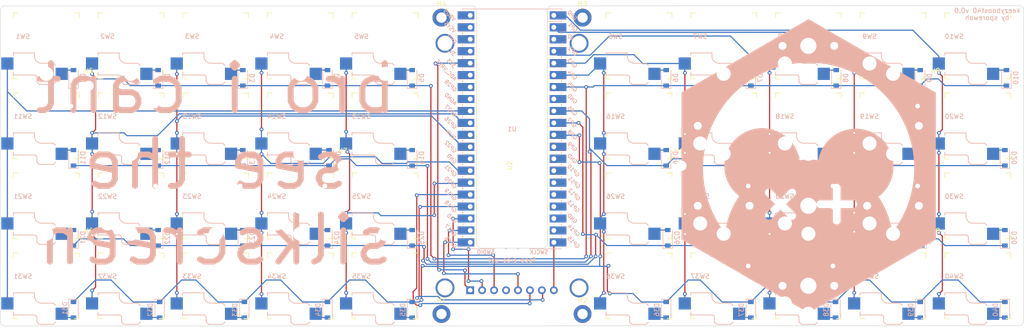
<source format=kicad_pcb>
(kicad_pcb (version 20211014) (generator pcbnew)
  (layers (0 "F.Cu" signal) (31 "B.Cu" signal) (34 "B.Paste" user) (35 "F.Paste" user) (36 "B.SilkS" user "B.Silkscreen") (37 "F.SilkS" user "F.Silkscreen") (38 "B.Mask" user) (39 "F.Mask" user) (44 "Edge.Cuts" user))
  (net 0 "")
  (net 1 "gnd")
  (net 2 "r1")
  (net 3 "Net-(D1-Pad2)")
  (net 4 "Net-(D2-Pad2)")
  (net 5 "Net-(D3-Pad2)")
  (net 6 "Net-(D4-Pad2)")
  (net 7 "Net-(D5-Pad2)")
  (net 8 "Net-(D6-Pad2)")
  (net 9 "Net-(D7-Pad2)")
  (net 10 "Net-(D8-Pad2)")
  (net 11 "Net-(D9-Pad2)")
  (net 12 "Net-(D10-Pad2)")
  (net 13 "r2")
  (net 14 "Net-(D11-Pad2)")
  (net 15 "Net-(D12-Pad2)")
  (net 16 "Net-(D13-Pad2)")
  (net 17 "Net-(D14-Pad2)")
  (net 18 "Net-(D15-Pad2)")
  (net 19 "Net-(D16-Pad2)")
  (net 20 "Net-(D17-Pad2)")
  (net 21 "Net-(D18-Pad2)")
  (net 22 "Net-(D19-Pad2)")
  (net 23 "Net-(D20-Pad2)")
  (net 24 "r3")
  (net 25 "Net-(D21-Pad2)")
  (net 26 "Net-(D22-Pad2)")
  (net 27 "Net-(D23-Pad2)")
  (net 28 "Net-(D24-Pad2)")
  (net 29 "Net-(D25-Pad2)")
  (net 30 "Net-(D26-Pad2)")
  (net 31 "Net-(D27-Pad2)")
  (net 32 "Net-(D28-Pad2)")
  (net 33 "Net-(D29-Pad2)")
  (net 34 "Net-(D30-Pad2)")
  (net 35 "r4")
  (net 36 "Net-(D31-Pad2)")
  (net 37 "Net-(D32-Pad2)")
  (net 38 "Net-(D33-Pad2)")
  (net 39 "Net-(D34-Pad2)")
  (net 40 "Net-(D35-Pad2)")
  (net 41 "Net-(D36-Pad2)")
  (net 42 "Net-(D37-Pad2)")
  (net 43 "Net-(D38-Pad2)")
  (net 44 "Net-(D39-Pad2)")
  (net 45 "Net-(D40-Pad2)")
  (net 46 "3v3")
  (net 47 "/buzzer")
  (net 48 "c1")
  (net 49 "c2")
  (net 50 "c3")
  (net 51 "c4")
  (net 52 "c5")
  (net 53 "c6")
  (net 54 "c7")
  (net 55 "c8")
  (net 56 "c9")
  (net 57 "c10")
  (net 65 "/lcd_reset")
  (net 66 "/lcd_led")
  (net 67 "/dc")
  (net 68 "/cs")
  (net 69 "/sck")
  (net 70 "/sda")
  (net 79 "/led_reset")
  (footprint "keyswitches:Kailh_socket_PG1350" (layer "F.Cu") (at 202 55)
    (fp_text reference "SW29")
    (fp_text value "SW_SPST")
  )
  (footprint "keyswitches:Kailh_socket_PG1350" (layer "F.Cu") (at 58 38)
    (fp_text reference "SW13")
    (fp_text value "SW_SPST")
  )
  (footprint "keyswitches:Kailh_socket_PG1350" (layer "F.Cu") (at 94 21)
    (fp_text reference "SW5")
    (fp_text value "SW_SPST")
  )
  (footprint "MountingHole:MountingHole_2.2mm_M2" (layer "F.Cu") (at 85 46.5)
    (fp_text reference "H7")
    (fp_text value "MountingHole")
  )
  (footprint "keyswitches:Kailh_socket_PG1350" (layer "F.Cu") (at 76 72)
    (fp_text reference "SW34")
    (fp_text value "SW_SPST")
  )
  (footprint "keyswitches:Kailh_socket_PG1350" (layer "F.Cu") (at 148 72)
    (fp_text reference "SW36")
    (fp_text value "SW_SPST")
  )
  (footprint "keyswitches:Kailh_socket_PG1350" (layer "F.Cu") (at 184 21)
    (fp_text reference "SW8")
    (fp_text value "SW_SPST")
  )
  (footprint "keyswitches:Kailh_socket_PG1350" (layer "F.Cu") (at 22 21)
    (fp_text reference "SW1")
    (fp_text value "SW_SPST")
  )
  (footprint "keyswitches:Kailh_socket_PG1350" (layer "F.Cu") (at 40 38)
    (fp_text reference "SW12")
    (fp_text value "SW_SPST")
  )
  (footprint "keyswitches:Kailh_socket_PG1350" (layer "F.Cu") (at 76 38)
    (fp_text reference "SW14")
    (fp_text value "SW_SPST")
  )
  (footprint "keyswitches:Kailh_socket_PG1350" (layer "F.Cu") (at 40 72)
    (fp_text reference "SW32")
    (fp_text value "SW_SPST")
  )
  (footprint "keyswitches:Kailh_socket_PG1350" (layer "F.Cu") (at 220 38)
    (fp_text reference "SW20")
    (fp_text value "SW_SPST")
  )
  (footprint "keyswitches:Kailh_socket_PG1350" (layer "F.Cu") (at 22 55)
    (fp_text reference "SW21")
    (fp_text value "SW_SPST")
  )
  (footprint "keyswitches:Kailh_socket_PG1350" (layer "F.Cu") (at 40 21)
    (fp_text reference "SW2")
    (fp_text value "SW_SPST")
  )
  (footprint "keyswitches:Kailh_socket_PG1350" (layer "F.Cu") (at 94 72)
    (fp_text reference "SW35")
    (fp_text value "SW_SPST")
  )
  (footprint "keyswitches:Kailh_socket_PG1350" (layer "F.Cu") (at 202 21)
    (fp_text reference "SW9")
    (fp_text value "SW_SPST")
  )
  (footprint "keyswitches:Kailh_socket_PG1350" (layer "F.Cu") (at 202 72)
    (fp_text reference "SW39")
    (fp_text value "SW_SPST")
  )
  (footprint "keyswitches:Kailh_socket_PG1350" (layer "F.Cu") (at 220 55)
    (fp_text reference "SW30")
    (fp_text value "SW_SPST")
  )
  (footprint "keyswitches:Kailh_socket_PG1350" (layer "F.Cu") (at 22 38)
    (fp_text reference "SW11")
    (fp_text value "SW_SPST")
  )
  (footprint "keyswitches:Kailh_socket_PG1350" (layer "F.Cu") (at 58 55)
    (fp_text reference "SW23")
    (fp_text value "SW_SPST")
  )
  (footprint "keyswitches:Kailh_socket_PG1350" (layer "F.Cu") (at 202 38)
    (fp_text reference "SW19")
    (fp_text value "SW_SPST")
  )
  (footprint "keyswitches:Kailh_socket_PG1350" (layer "F.Cu") (at 148 55)
    (fp_text reference "SW26")
    (fp_text value "SW_SPST")
  )
  (footprint "keyswitches:Kailh_socket_PG1350" (layer "F.Cu") (at 184 38)
    (fp_text reference "SW18")
    (fp_text value "SW_SPST")
  )
  (footprint "MountingHole:MountingHole_2.2mm_M2" (layer "F.Cu") (at 31 63.5)
    (fp_text reference "H6")
    (fp_text value "MountingHole")
  )
  (footprint "keyswitches:Kailh_socket_PG1350" (layer "F.Cu") (at 184 72)
    (fp_text reference "SW38")
    (fp_text value "SW_SPST")
  )
  (footprint "keyswitches:Kailh_socket_PG1350" (layer "F.Cu") (at 58 72)
    (fp_text reference "SW33")
    (fp_text value "SW_SPST")
  )
  (footprint "keyswitches:Kailh_socket_PG1350" (layer "F.Cu") (at 220 72)
    (fp_text reference "SW40")
    (fp_text value "SW_SPST")
  )
  (footprint "keyswitches:Kailh_socket_PG1350" (layer "F.Cu") (at 220 21)
    (fp_text reference "SW10")
    (fp_text value "SW_SPST")
  )
  (footprint "MountingHole:MountingHole_2.2mm_M2" (layer "F.Cu") (at 31 29.5)
    (fp_text reference "H5")
    (fp_text value "MountingHole")
  )
  (footprint "keyswitches:Kailh_socket_PG1350" (layer "F.Cu") (at 94 38)
    (fp_text reference "SW15")
    (fp_text value "SW_SPST")
  )
  (footprint "keyswitches:Kailh_socket_PG1350" (layer "F.Cu") (at 166 55)
    (fp_text reference "SW27")
    (fp_text value "SW_SPST")
  )
  (footprint "keyswitches:Kailh_socket_PG1350" (layer "F.Cu") (at 58 21)
    (fp_text reference "SW3")
    (fp_text value "SW_SPST")
  )
  (footprint "MountingHole:MountingHole_2.2mm_M2" (layer "F.Cu") (at 211 29.5)
    (fp_text reference "H9")
    (fp_text value "MountingHole")
  )
  (footprint "MountingHole:MountingHole_2.2mm_M2" (layer "F.Cu") (at 157 46.5)
    (fp_text reference "H10")
    (fp_text value "MountingHole")
  )
  (footprint "MountingHole:MountingHole_2.2mm_M2" (layer "F.Cu") (at 211 63.5)
    (fp_text reference "H8")
    (fp_text value "MountingHole")
  )
  (footprint "keyswitches:Kailh_socket_PG1350" (layer "F.Cu") (at 22 72)
    (fp_text reference "SW31")
    (fp_text value "SW_SPST")
  )
  (footprint "keyswitches:Kailh_socket_PG1350" (layer "F.Cu") (at 148 21)
    (fp_text reference "SW6")
    (fp_text value "SW_SPST")
  )
  (footprint "MountingHole:MountingHole_2.2mm_M2_DIN965_Pad" (layer "F.Cu") (at 106 78)
    (fp_text reference "H1")
    (fp_text value "MountingHole")
  )
  (footprint "MountingHole:MountingHole_2.2mm_M2_DIN965_Pad" (layer "F.Cu") (at 136 78)
    (fp_text reference "H2")
    (fp_text value "MountingHole")
  )
  (footprint "keyswitches:Kailh_socket_PG1350" (layer "F.Cu") (at 166 72)
    (fp_text reference "SW37")
    (fp_text value "SW_SPST")
  )
  (footprint "keyswitches:Kailh_socket_PG1350" (layer "F.Cu") (at 166 38)
    (fp_text reference "SW17")
    (fp_text value "SW_SPST")
  )
  (footprint "kicub_keyboard_extras:ST7735_1.8inch" (layer "F.Cu") (at 121 46.45 90)
    (fp_text reference "U2")
    (fp_text value "ST7735_1.8inch")
  )
  (footprint "MountingHole:MountingHole_2.2mm_M2_DIN965_Pad" (layer "F.Cu") (at 106 15)
    (fp_text reference "H4")
    (fp_text value "MountingHole")
  )
  (footprint "keyswitches:Kailh_socket_PG1350" (layer "F.Cu") (at 166 21)
    (fp_text reference "SW7")
    (fp_text value "SW_SPST")
  )
  (footprint "keyswitches:Kailh_socket_PG1350" (layer "F.Cu") (at 76 21)
    (fp_text reference "SW4")
    (fp_text value "SW_SPST")
  )
  (footprint "keyswitches:Kailh_socket_PG1350" (layer "F.Cu") (at 184 55)
    (fp_text reference "SW28")
    (fp_text value "SW_SPST")
  )
  (footprint "keyswitches:Kailh_socket_PG1350" (layer "F.Cu") (at 76 55)
    (fp_text reference "SW24")
    (fp_text value "SW_SPST")
  )
  (footprint "keyswitches:Kailh_socket_PG1350" (layer "F.Cu") (at 40 55)
    (fp_text reference "SW22")
    (fp_text value "SW_SPST")
  )
  (footprint "MountingHole:MountingHole_2.2mm_M2_DIN965_Pad" (layer "F.Cu") (at 136 15)
    (fp_text reference "H3")
    (fp_text value "MountingHole")
  )
  (footprint "keyswitches:Kailh_socket_PG1350" (layer "F.Cu") (at 94 55)
    (fp_text reference "SW25")
    (fp_text value "SW_SPST")
  )
  (footprint "keyswitches:Kailh_socket_PG1350" (layer "F.Cu") (at 148 38)
    (fp_text reference "SW16")
    (fp_text value "SW_SPST")
  )
  (footprint "Diode_SMD:D_SOD-123" (layer "B.Cu") (at 225.7751 61.8 90)
    (fp_text reference "D30")
    (fp_text value "1N4148")
  )
  (footprint "Diode_SMD:D_SOD-123" (layer "B.Cu") (at 207.7751 27.8 90)
    (fp_text reference "D9")
    (fp_text value "1N4148")
  )
  (footprint "Diode_SMD:D_SOD-123" (layer "B.Cu") (at 63.7751 44.8 90)
    (fp_text reference "D13")
    (fp_text value "1N4148")
  )
  (footprint "Diode_SMD:D_SOD-123" (layer "B.Cu") (at 171.7751 77.1 -90)
    (fp_text reference "D37")
    (fp_text value "1N4148")
  )
  (footprint "Diode_SMD:D_SOD-123" (layer "B.Cu") (at 27.7751 61.8 90)
    (fp_text reference "D21")
    (fp_text value "1N4148")
  )
  (footprint "Diode_SMD:D_SOD-123" (layer "B.Cu") (at 99.7751 77.1 -90)
    (fp_text reference "D35")
    (fp_text value "1N4148")
  )
  (footprint "Diode_SMD:D_SOD-123" (layer "B.Cu") (at 99.7751 44.8 90)
    (fp_text reference "D15")
    (fp_text value "1N4148")
  )
  (footprint "Diode_SMD:D_SOD-123" (layer "B.Cu") (at 64.1 77.1 -90)
    (fp_text reference "D33")
    (fp_text value "1N4148")
  )
  (footprint "Diode_SMD:D_SOD-123" (layer "B.Cu") (at 63.7751 27.8 90)
    (fp_text reference "D3")
    (fp_text value "1N4148")
  )
  (footprint "Diode_SMD:D_SOD-123" (layer "B.Cu") (at 27.7751 27.8 90)
    (fp_text reference "D1")
    (fp_text value "1N4148")
  )
  (footprint "Diode_SMD:D_SOD-123" (layer "B.Cu") (at 207.7751 77.1 -90)
    (fp_text reference "D39")
    (fp_text value "1N4148")
  )
  (footprint "kicub_keyboard_extras:RPi_Pico_SMD_TH_OPEN" (layer "B.Cu") (at 121 38.65 180)
    (fp_text reference "U1")
    (fp_text value "Pico")
  )
  (footprint "Diode_SMD:D_SOD-123" (layer "B.Cu") (at 45.7751 61.8 90)
    (fp_text reference "D22")
    (fp_text value "1N4148")
  )
  (footprint "Diode_SMD:D_SOD-123" (layer "B.Cu") (at 153.7751 44.8 90)
    (fp_text reference "D16")
    (fp_text value "1N4148")
  )
  (footprint "Diode_SMD:D_SOD-123" (layer "B.Cu") (at 45.7751 27.8 90)
    (fp_text reference "D2")
    (fp_text value "1N4148")
  )
  (footprint "Diode_SMD:D_SOD-123" (layer "B.Cu") (at 225.7751 44.8 90)
    (fp_text reference "D20")
    (fp_text value "1N4148")
  )
  (footprint "Diode_SMD:D_SOD-123" (layer "B.Cu") (at 81.7751 27.8 90)
    (fp_text reference "D4")
    (fp_text value "1N4148")
  )
  (footprint "Diode_SMD:D_SOD-123" (layer "B.Cu") (at 208.1 61.8 90)
    (fp_text reference "D29")
    (fp_text value "1N4148")
  )
  (footprint "Diode_SMD:D_SOD-123" (layer "B.Cu") (at 153.7751 77.1 -90)
    (fp_text reference "D36")
    (fp_text value "1N4148")
  )
  (footprint "Diode_SMD:D_SOD-123" (layer "B.Cu") (at 99.7751 27.8 90)
    (fp_text reference "D5")
    (fp_text value "1N4148")
  )
  (footprint "Diode_SMD:D_SOD-123" (layer "B.Cu") (at 27.7751 44.8 90)
    (fp_text reference "D11")
    (fp_text value "1N4148")
  )
  (footprint "Diode_SMD:D_SOD-123" (layer "B.Cu") (at 81.7751 61.8 90)
    (fp_text reference "D24")
    (fp_text value "1N4148")
  )
  (footprint "Diode_SMD:D_SOD-123" (layer "B.Cu") (at 226.1 27.8 90)
    (fp_text reference "D10")
    (fp_text value "1N4148")
  )
  (footprint "Diode_SMD:D_SOD-123" (layer "B.Cu") (at 46.1 77.1 -90)
    (fp_text reference "D32")
    (fp_text value "1N4148")
  )
  (footprint "Diode_SMD:D_SOD-123" (layer "B.Cu") (at 82.1 44.8 90)
    (fp_text reference "D14")
    (fp_text value "1N4148")
  )
  (footprint "Diode_SMD:D_SOD-123" (layer "B.Cu") (at 171.7751 44.8 90)
    (fp_text reference "D17")
    (fp_text value "1N4148")
  )
  (footprint "Diode_SMD:D_SOD-123" (layer "B.Cu") (at 189.7751 44.8 90)
    (fp_text reference "D18")
    (fp_text value "1N4148")
  )
  (footprint "Diode_SMD:D_SOD-123" (layer "B.Cu") (at 171.7751 27.8 90)
    (fp_text reference "D7")
    (fp_text value "1N4148")
  )
  (footprint "Diode_SMD:D_SOD-123" (layer "B.Cu") (at 153.7751 27.8 90)
    (fp_text reference "D6")
    (fp_text value "1N4148")
  )
  (footprint "Diode_SMD:D_SOD-123" (layer "B.Cu") (at 171.7751 61.8 90)
    (fp_text reference "D27")
    (fp_text value "1N4148")
  )
  (footprint "Diode_SMD:D_SOD-123" (layer "B.Cu") (at 63.7751 61.8 90)
    (fp_text reference "D23")
    (fp_text value "1N4148")
  )
  (footprint "Diode_SMD:D_SOD-123" (layer "B.Cu") (at 189.7751 77.1 -90)
    (fp_text reference "D38")
    (fp_text value "1N4148")
  )
  (footprint "Diode_SMD:D_SOD-123" (layer "B.Cu") (at 225.7751 77.1 -90)
    (fp_text reference "D40")
    (fp_text value "1N4148")
  )
  (footprint "Diode_SMD:D_SOD-123" (layer "B.Cu") (at 154.1 61.8 90)
    (fp_text reference "D26")
    (fp_text value "1N4148")
  )
  (footprint "Diode_SMD:D_SOD-123" (layer "B.Cu") (at 99.7751 61.8 90)
    (fp_text reference "D25")
    (fp_text value "1N4148")
  )
  (footprint "Diode_SMD:D_SOD-123" (layer "B.Cu") (at 45.7751 44.8 90)
    (fp_text reference "D12")
    (fp_text value "1N4148")
  )
  (footprint "Diode_SMD:D_SOD-123" (layer "B.Cu") (at 27.7751 77.1 -90)
    (fp_text reference "D31")
    (fp_text value "1N4148")
  )
  (footprint "Diode_SMD:D_SOD-123" (layer "B.Cu") (at 189.9251 27.8 90)
    (fp_text reference "D8")
    (fp_text value "1N4148")
  )
  (footprint "Diode_SMD:D_SOD-123" (layer "B.Cu") (at 81.7751 77.1 -90)
    (fp_text reference "D34")
    (fp_text value "1N4148")
  )
  (footprint "Diode_SMD:D_SOD-123" (layer "B.Cu") (at 207.7751 44.8 90)
    (fp_text reference "D19")
    (fp_text value "1N4148")
  )
  (footprint "Diode_SMD:D_SOD-123" (layer "B.Cu") (at 190.1 61.8 90)
    (fp_text reference "D28")
    (fp_text value "1N4148")
  )
  (gr_poly (pts (xy 157.041182 30.944903) (xy 157.041167 62.132853) (xy 184.050727 77.726817) (xy 211.060252 62.132861) (xy 211.060258 47.023066) (xy 206.522986 47.023066) (xy 206.502468 47.99135) (xy 206.441467 48.949214) (xy 206.340813 49.895828) (xy 206.201335 50.830363) (xy 206.023863 51.75199) (xy 205.809226 52.659877) (xy 205.558254 53.553197) (xy 205.271777 54.431119) (xy 204.950625 55.292814) (xy 204.595626 56.137453) (xy 204.20761 56.964205) (xy 203.787408 57.772242) (xy 203.335849 58.560733) (xy 202.853761 59.328849) (xy 202.341976 60.075761) (xy 201.801322 60.800639) (xy 201.724877 60.271112) (xy 201.633078 59.746686) (xy 201.526161 59.227599) (xy 201.404363 58.714086) (xy 201.267921 58.206386) (xy 201.117071 57.704734) (xy 200.952051 57.209367) (xy 200.773096 56.720523) (xy 200.580445 56.238438) (xy 200.374334 55.763349) (xy 200.154999 55.295492) (xy 199.922677 54.835105) (xy 199.827304 54.658938) (xy 194.362288 54.658938) (xy 194.361241 54.70139) (xy 194.358131 54.743302) (xy 194.35301 54.784625) (xy 194.345925 54.82531) (xy 194.336926 54.865308) (xy 194.326062 54.904568) (xy 194.313384 54.943042) (xy 194.29894 54.98068) (xy 194.28278 55.017433) (xy 194.264953 55.053251) (xy 194.245509 55.088086) (xy 194.224496 55.121887) (xy 194.201964 55.154606) (xy 194.177964 55.186192) (xy 194.152543 55.216597) (xy 194.125751 55.245772) (xy 194.097639 55.273666) (xy 194.068254 55.300231) (xy 194.037647 55.325416) (xy 194.005867 55.349174) (xy 193.972963 55.371453) (xy 193.938985 55.392206) (xy 193.903982 55.411382) (xy 193.868003 55.428932) (xy 193.831098 55.444808) (xy 193.793317 55.458958) (xy 193.754707 55.471335) (xy 193.71532 55.481888) (xy 193.675204 55.490569) (xy 193.634409 55.497328) (xy 193.592984 55.502115) (xy 193.550978 55.504881) (xy 193.550978 55.505606) (xy 190.86373 55.505606) (xy 190.86373 58.192847) (xy 190.863013 58.192847) (xy 190.860247 58.234853) (xy 190.855459 58.276279) (xy 190.848701 58.317074) (xy 190.84002 58.357191) (xy 190.829466 58.396578) (xy 190.81709 58.435188) (xy 190.802939 58.47297) (xy 190.787064 58.509875) (xy 190.769513 58.545854) (xy 190.750337 58.580857) (xy 190.729584 58.614835) (xy 190.707304 58.647739) (xy 190.683547 58.679519) (xy 190.658361 58.710125) (xy 190.631796 58.73951) (xy 190.603902 58.767622) (xy 190.574727 58.794414) (xy 190.544322 58.819834) (xy 190.512735 58.843835) (xy 190.480016 58.866366) (xy 190.446215 58.887378) (xy 190.41138 58.906823) (xy 190.375562 58.92465) (xy 190.338809 58.94081) (xy 190.30117 58.955253) (xy 190.262696 58.967931) (xy 190.223436 58.978794) (xy 190.183438 58.987793) (xy 190.142753 58.994878) (xy 190.10143 59) (xy 190.059518 59.003109) (xy 190.017066 59.004156) (xy 189.974615 59.003109) (xy 189.932704 59) (xy 189.891382 58.994878) (xy 189.850698 58.987793) (xy 189.810702 58.978794) (xy 189.771442 58.967931) (xy 189.732969 58.955253) (xy 189.695332 58.94081) (xy 189.658579 58.92465) (xy 189.622762 58.906823) (xy 189.587928 58.887378) (xy 189.554127 58.866366) (xy 189.521408 58.843835) (xy 189.489822 58.819834) (xy 189.459417 58.794414) (xy 189.430243 58.767622) (xy 189.402349 58.73951) (xy 189.375785 58.710125) (xy 189.350599 58.679519) (xy 189.326842 58.647739) (xy 189.304562 58.614835) (xy 189.28381 58.580857) (xy 189.264633 58.545854) (xy 189.247083 58.509875) (xy 189.231208 58.47297) (xy 189.217057 58.435188) (xy 189.20468 58.396578) (xy 189.194127 58.357191) (xy 189.185446 58.317074) (xy 189.178687 58.276279) (xy 189.1739 58.234853) (xy 189.171134 58.192847) (xy 189.170409 58.192847) (xy 189.170409 57.149274) (xy 181.404596 57.149274) (xy 181.402911 57.188847) (xy 181.399387 57.228322) (xy 181.394023 57.267628) (xy 181.38682 57.306696) (xy 181.377777 57.345455) (xy 181.366894 57.383836) (xy 181.354173 57.421769) (xy 181.339611 57.459184) (xy 181.32321 57.496012) (xy 181.30497 57.532181) (xy 181.28489 57.567624) (xy 181.262971 57.602269) (xy 181.239211 57.636048) (xy 181.213613 57.668889) (xy 181.186175 57.700724) (xy 181.156897 57.731482) (xy 181.126139 57.760759) (xy 181.094304 57.788196) (xy 181.061463 57.813794) (xy 181.027685 57.837553) (xy 180.993039 57.859472) (xy 180.957597 57.879551) (xy 180.921427 57.897791) (xy 180.884599 57.914192) (xy 180.847184 57.928753) (xy 180.809251 57.941475) (xy 180.77087 57.952357) (xy 180.73211 57.961399) (xy 180.693043 57.968602) (xy 180.653736 57.973966) (xy 180.614262 57.97749) (xy 180.574688 57.979175) (xy 180.535085 57.97902) (xy 180.495523 57.977026) (xy 180.456071 57.973192) (xy 180.416801 57.967519) (xy 180.37778 57.960006) (xy 180.339079 57.950654) (xy 180.300769 57.939462) (xy 180.262918 57.926431) (xy 180.225597 57.911561) (xy 180.188875 57.894851) (xy 180.152823 57.876301) (xy 180.11751 57.855912) (xy 180.083006 57.833683) (xy 180.04938 57.809615) (xy 180.016703 57.783708) (xy 179.985045 57.755961) (xy 179.984915 57.75609) (xy 179.984787 57.75622) (xy 179.984534 57.75648) (xy 178.084357 55.856314) (xy 176.209189 57.731482) (xy 176.184195 57.75648) (xy 176.184064 57.75635) (xy 176.183934 57.75622) (xy 176.183807 57.75609) (xy 176.183745 57.756025) (xy 176.183684 57.755961) (xy 176.152024 57.783708) (xy 176.119346 57.809615) (xy 176.08572 57.833683) (xy 176.051215 57.855912) (xy 176.015901 57.876301) (xy 175.979848 57.894851) (xy 175.943125 57.911561) (xy 175.905804 57.926431) (xy 175.867952 57.939462) (xy 175.829641 57.950654) (xy 175.790941 57.960006) (xy 175.75192 57.967519) (xy 175.712649 57.973192) (xy 175.673197 57.977026) (xy 175.633635 57.97902) (xy 175.594032 57.979175) (xy 175.554458 57.97749) (xy 175.514983 57.973966) (xy 175.475677 57.968602) (xy 175.43661 57.961399) (xy 175.397851 57.952357) (xy 175.35947 57.941475) (xy 175.321537 57.928753) (xy 175.284122 57.914192) (xy 175.247294 57.897791) (xy 175.211125 57.879551) (xy 175.175682 57.859472) (xy 175.141037 57.837553) (xy 175.107259 57.813794) (xy 175.074417 57.788196) (xy 175.042583 57.760759) (xy 175.011824 57.731482) (xy 174.982547 57.700724) (xy 174.95511 57.668889) (xy 174.929512 57.636048) (xy 174.905753 57.602269) (xy 174.883834 57.567624) (xy 174.863755 57.532181) (xy 174.845515 57.496012) (xy 174.829114 57.459184) (xy 174.814553 57.421769) (xy 174.801831 57.383836) (xy 174.790949 57.345455) (xy 174.781906 57.306696) (xy 174.774702 57.267628) (xy 174.769339 57.228322) (xy 174.765814 57.188847) (xy 174.764129 57.149274) (xy 174.764284 57.109671) (xy 174.766278 57.070109) (xy 174.770112 57.030658) (xy 174.775785 56.991387) (xy 174.783297 56.952366) (xy 174.792649 56.913666) (xy 174.803841 56.875355) (xy 174.816872 56.837504) (xy 174.831742 56.800183) (xy 174.848452 56.763461) (xy 174.867002 56.727409) (xy 174.887391 56.692096) (xy 174.909619 56.657591) (xy 174.933687 56.623966) (xy 174.959595 56.591288) (xy 174.987342 56.55963) (xy 174.986823 56.559111) (xy 175.011824 56.534113) (xy 176.887 54.658945) (xy 175.011824 52.783778) (xy 174.986823 52.75878) (xy 174.986953 52.758647) (xy 174.987082 52.758518) (xy 174.987211 52.758389) (xy 174.987342 52.758261) (xy 174.959595 52.726602) (xy 174.933687 52.693925) (xy 174.909619 52.6603) (xy 174.887391 52.625795) (xy 174.867002 52.590482) (xy 174.848452 52.554429) (xy 174.831742 52.517708) (xy 174.816872 52.480387) (xy 174.803841 52.442536) (xy 174.792649 52.404225) (xy 174.783297 52.365525) (xy 174.775785 52.326504) (xy 174.770112 52.287233) (xy 174.766278 52.247782) (xy 174.764284 52.20822) (xy 174.764129 52.168617) (xy 174.765814 52.129043) (xy 174.769339 52.089569) (xy 174.774702 52.050262) (xy 174.781906 52.011195) (xy 174.790949 51.972436) (xy 174.801831 51.934055) (xy 174.814553 51.896122) (xy 174.829114 51.858707) (xy 174.845515 51.821879) (xy 174.863755 51.785709) (xy 174.883834 51.750267) (xy 174.905753 51.715622) (xy 174.929512 51.681843) (xy 174.95511 51.649002) (xy 174.982547 51.617167) (xy 175.011824 51.586409) (xy 175.042583 51.557131) (xy 175.074419 51.529693) (xy 175.10726 51.504095) (xy 175.141039 51.480336) (xy 175.175685 51.458416) (xy 175.211127 51.438336) (xy 175.247297 51.420096) (xy 175.284125 51.403695) (xy 175.32154 51.389134) (xy 175.359473 51.376412) (xy 175.397854 51.36553) (xy 175.436613 51.356487) (xy 175.475681 51.349283) (xy 175.514987 51.343919) (xy 175.554461 51.340395) (xy 175.594035 51.33871) (xy 175.633638 51.338865) (xy 175.673199 51.340859) (xy 175.712651 51.344692) (xy 175.751922 51.350365) (xy 175.790942 51.357878) (xy 175.829643 51.36723) (xy 175.867954 51.378421) (xy 175.905805 51.391452) (xy 175.943126 51.406322) (xy 175.979848 51.423032) (xy 176.015901 51.441581) (xy 176.051215 51.46197) (xy 176.08572 51.484198) (xy 176.119347 51.508265) (xy 176.152024 51.534172) (xy 176.183684 51.561919) (xy 176.183938 51.561661) (xy 176.184003 51.561596) (xy 176.184068 51.561531) (xy 176.184135 51.561467) (xy 176.184203 51.561404) (xy 176.208449 51.585669) (xy 176.208635 51.585854) (xy 176.208818 51.586039) (xy 176.209182 51.586409) (xy 178.084357 53.461577) (xy 179.959525 51.586401) (xy 179.984534 51.561404) (xy 179.985045 51.561919) (xy 180.016703 51.534172) (xy 180.04938 51.508264) (xy 180.083006 51.484196) (xy 180.11751 51.461968) (xy 180.152823 51.441579) (xy 180.188875 51.423029) (xy 180.225597 51.406319) (xy 180.262918 51.391449) (xy 180.300769 51.378418) (xy 180.339079 51.367226) (xy 180.37778 51.357874) (xy 180.416801 51.350362) (xy 180.456071 51.344689) (xy 180.495523 51.340855) (xy 180.535085 51.338861) (xy 180.574688 51.338706) (xy 180.614262 51.340391) (xy 180.653736 51.343916) (xy 180.693043 51.349279) (xy 180.73211 51.356483) (xy 180.77087 51.365526) (xy 180.809251 51.376408) (xy 180.847184 51.38913) (xy 180.884599 51.403691) (xy 180.921427 51.420091) (xy 180.957597 51.438332) (xy 180.993039 51.458411) (xy 181.027685 51.48033) (xy 181.061463 51.504089) (xy 181.094304 51.529687) (xy 181.126139 51.557124) (xy 181.156897 51.586401) (xy 181.186175 51.61716) (xy 181.213613 51.648996) (xy 181.239211 51.681837) (xy 181.262971 51.715616) (xy 181.28489 51.750262) (xy 181.30497 51.785705) (xy 181.32321 51.821875) (xy 181.339611 51.858702) (xy 181.354173 51.896118) (xy 181.366894 51.934051) (xy 181.377777 51.972432) (xy 181.38682 52.011191) (xy 181.394023 52.050259) (xy 181.399387 52.089565) (xy 181.402911 52.12904) (xy 181.404596 52.168613) (xy 181.404441 52.208216) (xy 181.402447 52.247778) (xy 181.398614 52.287229) (xy 181.392941 52.3265) (xy 181.385428 52.365521) (xy 181.376076 52.404222) (xy 181.364885 52.442532) (xy 181.351854 52.480383) (xy 181.336984 52.517705) (xy 181.320274 52.554427) (xy 181.301725 52.590479) (xy 181.281336 52.625793) (xy 181.259108 52.660298) (xy 181.235041 52.693924) (xy 181.209134 52.726602) (xy 181.181388 52.758261) (xy 181.181899 52.758772) (xy 181.156897 52.78377) (xy 179.281729 54.658945) (xy 181.181891 56.559111) (xy 181.181388 56.55963) (xy 181.209134 56.591288) (xy 181.235041 56.623966) (xy 181.259108 56.657591) (xy 181.281336 56.692096) (xy 181.301725 56.727409) (xy 181.320274 56.763461) (xy 181.336984 56.800183) (xy 181.351854 56.837504) (xy 181.364885 56.875355) (xy 181.376076 56.913666) (xy 181.385428 56.952366) (xy 181.392941 56.991387) (xy 181.398614 57.030658) (xy 181.402447 57.070109) (xy 181.404441 57.109671) (xy 181.404596 57.149274) (xy 189.170409 57.149274) (xy 189.170409 55.505606) (xy 186.483161 55.505606) (xy 186.483161 55.504881) (xy 186.441155 55.502115) (xy 186.39973 55.497328) (xy 186.358935 55.490569) (xy 186.318819 55.481888) (xy 186.279432 55.471335) (xy 186.240823 55.458958) (xy 186.203041 55.444808) (xy 186.166136 55.428932) (xy 186.130157 55.411382) (xy 186.095154 55.392206) (xy 186.061176 55.371453) (xy 186.028272 55.349174) (xy 185.996492 55.325416) (xy 185.965885 55.300231) (xy 185.936501 55.273666) (xy 185.908388 55.245772) (xy 185.881596 55.216597) (xy 185.856176 55.186192) (xy 185.832175 55.154606) (xy 185.809643 55.121887) (xy 185.788631 55.088086) (xy 185.769186 55.053251) (xy 185.751359 55.017433) (xy 185.735199 54.98068) (xy 185.720755 54.943042) (xy 185.708077 54.904568) (xy 185.697213 54.865308) (xy 185.688215 54.82531) (xy 185.68113 54.784625) (xy 185.676008 54.743302) (xy 185.672898 54.70139) (xy 185.671851 54.658938) (xy 185.672898 54.616486) (xy 185.676008 54.574574) (xy 185.68113 54.533251) (xy 185.688215 54.492565) (xy 185.697213 54.452568) (xy 185.708077 54.413308) (xy 185.720755 54.374834) (xy 185.735199 54.337196) (xy 185.751359 54.300443) (xy 185.769186 54.264624) (xy 185.788631 54.22979) (xy 185.809643 54.195988) (xy 185.832175 54.16327) (xy 185.856176 54.131683) (xy 185.881596 54.101278) (xy 185.908388 54.072104) (xy 185.936501 54.04421) (xy 185.965885 54.017645) (xy 185.996492 53.992459) (xy 186.028272 53.968702) (xy 186.061176 53.946422) (xy 186.095154 53.92567) (xy 186.130157 53.906494) (xy 186.166136 53.888943) (xy 186.203041 53.873068) (xy 186.240823 53.858917) (xy 186.279432 53.846541) (xy 186.318819 53.835987) (xy 186.358935 53.827307) (xy 186.39973 53.820548) (xy 186.441155 53.815761) (xy 186.483161 53.812994) (xy 186.483161 53.812277) (xy 186.51747 53.812285) (xy 189.170409 53.812285) (xy 189.170409 51.125029) (xy 189.171126 51.125029) (xy 189.173893 51.083023) (xy 189.17868 51.041598) (xy 189.185439 51.000803) (xy 189.194119 50.960687) (xy 189.204673 50.9213) (xy 189.21705 50.88269) (xy 189.231201 50.844909) (xy 189.247077 50.808004) (xy 189.264627 50.772025) (xy 189.283804 50.737021) (xy 189.304557 50.703043) (xy 189.326837 50.670139) (xy 189.350594 50.638359) (xy 189.37578 50.607752) (xy 189.402345 50.578367) (xy 189.430239 50.550254) (xy 189.459414 50.523463) (xy 189.489819 50.498042) (xy 189.521406 50.474041) (xy 189.554124 50.451509) (xy 189.587925 50.430496) (xy 189.62276 50.411051) (xy 189.658578 50.393224) (xy 189.695331 50.377064) (xy 189.732968 50.36262) (xy 189.771442 50.349941) (xy 189.810701 50.339078) (xy 189.850698 50.330079) (xy 189.891382 50.322994) (xy 189.932704 50.317872) (xy 189.974615 50.314763) (xy 190.017066 50.313715) (xy 190.059518 50.314763) (xy 190.10143 50.317872) (xy 190.142753 50.322994) (xy 190.183438 50.330079) (xy 190.223436 50.339078) (xy 190.262696 50.349941) (xy 190.30117 50.36262) (xy 190.338809 50.377064) (xy 190.375562 50.393224) (xy 190.41138 50.411051) (xy 190.446215 50.430496) (xy 190.480016 50.451509) (xy 190.512735 50.474041) (xy 190.544322 50.498042) (xy 190.574727 50.523463) (xy 190.603902 50.550254) (xy 190.631796 50.578367) (xy 190.658361 50.607752) (xy 190.683547 50.638359) (xy 190.707304 50.670139) (xy 190.729584 50.703043) (xy 190.750337 50.737021) (xy 190.769513 50.772025) (xy 190.787064 50.808004) (xy 190.802939 50.844909) (xy 190.81709 50.88269) (xy 190.829466 50.9213) (xy 190.84002 50.960687) (xy 190.848701 51.000803) (xy 190.855459 51.041598) (xy 190.860247 51.083023) (xy 190.863013 51.125029) (xy 190.86373 51.125029) (xy 190.86373 53.812277) (xy 193.550978 53.812277) (xy 193.550978 53.813002) (xy 193.592985 53.815768) (xy 193.63441 53.820556) (xy 193.675206 53.827314) (xy 193.715323 53.835995) (xy 193.75471 53.846548) (xy 193.79332 53.858925) (xy 193.831101 53.873076) (xy 193.868006 53.888951) (xy 193.903985 53.906501) (xy 193.938988 53.925677) (xy 193.972967 53.94643) (xy 194.00587 53.968709) (xy 194.03765 53.992467) (xy 194.068257 54.017652) (xy 194.097642 54.044217) (xy 194.125754 54.072111) (xy 194.152545 54.101285) (xy 194.177966 54.13169) (xy 194.201967 54.163276) (xy 194.224498 54.195994) (xy 194.24551 54.229795) (xy 194.264955 54.264629) (xy 194.282781 54.300447) (xy 194.298941 54.3372) (xy 194.313385 54.374838) (xy 194.326063 54.413311) (xy 194.336926 54.452571) (xy 194.345925 54.492568) (xy 194.35301 54.533252) (xy 194.358132 54.574575) (xy 194.361241 54.616487) (xy 194.362288 54.658938) (xy 199.827304 54.658938) (xy 199.677606 54.382425) (xy 199.420022 53.937687) (xy 199.150162 53.50113) (xy 198.868262 53.072989) (xy 199.224618 52.788392) (xy 199.564048 52.484399) (xy 199.885716 52.161848) (xy 200.188783 51.821574) (xy 200.472414 51.464416) (xy 200.735772 51.091209) (xy 200.97802 50.702791) (xy 201.198321 50.299998) (xy 201.395838 49.883667) (xy 201.569735 49.454635) (xy 201.719174 49.013739) (xy 201.843319 48.561816) (xy 201.941333 48.099702) (xy 202.012379 47.628235) (xy 202.05562 47.14825) (xy 202.07022 46.660586) (xy 202.07022 46.660587) (xy 202.07022 46.660588) (xy 202.070221 46.660588) (xy 202.070221 46.660589) (xy 202.070222 46.660589) (xy 202.070223 46.66059) (xy 202.070224 46.66059) (xy 202.059777 46.2479) (xy 202.028774 45.840605) (xy 201.97772 45.43921) (xy 201.90712 45.04422) (xy 201.81748 44.656142) (xy 201.709305 44.275479) (xy 201.5831 43.902739) (xy 201.439372 43.538425) (xy 201.278625 43.183045) (xy 201.101364 42.837101) (xy 200.908096 42.501102) (xy 200.699325 42.175551) (xy 200.475557 41.860953) (xy 200.237297 41.557816) (xy 199.985051 41.266643) (xy 199.719323 40.98794) (xy 199.440621 40.722213) (xy 199.149448 40.469967) (xy 198.84631 40.231707) (xy 198.531713 40.007939) (xy 198.206162 39.799168) (xy 197.870162 39.6059) (xy 197.524219 39.42864) (xy 197.168838 39.267893) (xy 196.804525 39.124164) (xy 196.431784 38.99796) (xy 196.051122 38.889785) (xy 195.663044 38.800145) (xy 195.268055 38.729545) (xy 194.86666 38.678491) (xy 194.459365 38.647488) (xy 194.046675 38.637041) (xy 193.675874 38.645471) (xy 193.30938 38.670516) (xy 192.947561 38.711811) (xy 192.590781 38.768989) (xy 192.239407 38.841685) (xy 191.893804 38.929533) (xy 191.554338 39.032167) (xy 191.221376 39.149221) (xy 190.895283 39.280329) (xy 190.576425 39.425126) (xy 190.265168 39.583245) (xy 189.961878 39.754321) (xy 189.66692 39.937987) (xy 189.380661 40.133879) (xy 189.103466 40.341629) (xy 188.835702 40.560872) (xy 188.577734 40.791243) (xy 188.329927 41.032375) (xy 188.092649 41.283902) (xy 187.866265 41.545459) (xy 187.65114 41.81668) (xy 187.447641 42.097199) (xy 187.256133 42.386649) (xy 187.076983 42.684665) (xy 186.910556 42.990882) (xy 186.757218 43.304933) (xy 186.617335 43.626452) (xy 186.491273 43.955074) (xy 186.379398 44.290433) (xy 186.282076 44.632162) (xy 186.199672 44.979896) (xy 186.132552 45.333269) (xy 185.875884 45.305369) (xy 185.618146 45.281104) (xy 185.359365 45.2605) (xy 185.099566 45.243584) (xy 184.838776 45.230381) (xy 184.577021 45.220918) (xy 184.314326 45.215221) (xy 184.050719 45.213316) (xy 184.050711 45.213316) (xy 183.804898 45.214973) (xy 183.559875 45.219927) (xy 183.315666 45.228159) (xy 183.07229 45.239647) (xy 182.82977 45.25437) (xy 182.588125 45.272306) (xy 182.347379 45.293435) (xy 182.10755 45.317736) (xy 182.044394 44.95948) (xy 181.965561 44.606861) (xy 181.871427 44.260255) (xy 181.762367 43.920038) (xy 181.638759 43.586587) (xy 181.500978 43.260278) (xy 181.349401 42.941486) (xy 181.184404 42.630588) (xy 181.006362 42.327961) (xy 180.815653 42.03398) (xy 180.612652 41.749021) (xy 180.397736 41.473462) (xy 180.17128 41.207677) (xy 179.933661 40.952043) (xy 179.685255 40.706937) (xy 179.426438 40.472734) (xy 179.157587 40.249811) (xy 178.879077 40.038544) (xy 178.591285 39.839309) (xy 178.294586 39.652481) (xy 177.989358 39.478439) (xy 177.675976 39.317557) (xy 177.354817 39.170211) (xy 177.026256 39.036779) (xy 176.690669 38.917635) (xy 176.348434 38.813157) (xy 175.999926 38.723721) (xy 175.645521 38.649702) (xy 175.285596 38.591477) (xy 174.920527 38.549421) (xy 174.550689 38.523913) (xy 174.176459 38.515326) (xy 173.76377 38.525773) (xy 173.356475 38.556776) (xy 172.955081 38.60783) (xy 172.560092 38.67843) (xy 172.172014 38.768069) (xy 171.791352 38.876244) (xy 171.418612 39.002449) (xy 171.054299 39.146177) (xy 170.698918 39.306924) (xy 170.352975 39.484185) (xy 170.016976 39.677453) (xy 169.691425 39.886224) (xy 169.376828 40.109992) (xy 169.07369 40.348251) (xy 168.782517 40.600498) (xy 168.503814 40.866225) (xy 168.238087 41.144927) (xy 167.985841 41.4361) (xy 167.747581 41.739238) (xy 167.523813 42.053835) (xy 167.315042 42.379386) (xy 167.121774 42.715386) (xy 166.944514 43.061329) (xy 166.783766 43.41671) (xy 166.640038 43.781023) (xy 166.513834 44.153764) (xy 166.405659 44.534426) (xy 166.316019 44.922505) (xy 166.245419 45.317494) (xy 166.194365 45.718889) (xy 166.163361 46.126184) (xy 166.152915 46.538874) (xy 166.167389 47.024449) (xy 166.210262 47.502414) (xy 166.280708 47.971942) (xy 166.377899 48.432208) (xy 166.501011 48.882385) (xy 166.649217 49.321648) (xy 166.821691 49.749171) (xy 167.017606 50.164127) (xy 167.236138 50.56569) (xy 167.47646 50.953035) (xy 167.737746 51.325336) (xy 168.019169 51.681765) (xy 168.319904 52.021498) (xy 168.639125 52.343709) (xy 168.976005 52.64757) (xy 169.329718 52.932257) (xy 169.038034 53.366489) (xy 168.758818 53.809568) (xy 168.492323 54.261244) (xy 168.238801 54.721264) (xy 167.998503 55.189376) (xy 167.771683 55.665329) (xy 167.55859 56.14887) (xy 167.359479 56.639747) (xy 167.174599 57.137709) (xy 167.004204 57.642503) (xy 166.848545 58.153879) (xy 166.707874 58.671582) (xy 166.582443 59.195363) (xy 166.472504 59.724969) (xy 166.378308 60.260147) (xy 166.300109 60.800646) (xy 165.759454 60.075768) (xy 165.247668 59.328856) (xy 164.76558 58.56074) (xy 164.314019 57.772248) (xy 163.893816 56.964211) (xy 163.5058 56.137458) (xy 163.150801 55.292819) (xy 162.829648 54.431123) (xy 162.54317 53.5532) (xy 162.292198 52.65988) (xy 162.077561 51.751991) (xy 161.900089 50.830365) (xy 161.76061 49.895829) (xy 161.659956 48.949214) (xy 161.598955 47.99135) (xy 161.578437 47.023066) (xy 161.607696 45.867208) (xy 161.694529 44.72646) (xy 161.837521 43.602237) (xy 162.035256 42.495954) (xy 162.286319 41.409028) (xy 162.589294 40.342873) (xy 162.942766 39.298905) (xy 163.34532 38.27854) (xy 163.795539 37.283192) (xy 164.292008 36.314278) (xy 164.833312 35.373213) (xy 165.418036 34.461413) (xy 166.044763 33.580293) (xy 166.712079 32.731267) (xy 167.418568 31.915753) (xy 168.162814 31.135166) (xy 168.943402 30.39092) (xy 169.758916 29.684431) (xy 170.607941 29.017116) (xy 171.489062 28.390389) (xy 172.400862 27.805665) (xy 173.341927 27.264361) (xy 174.310841 26.767892) (xy 175.306188 26.317673) (xy 176.326554 25.91512) (xy 177.370521 25.561648) (xy 178.436676 25.258673) (xy 179.523602 25.00761) (xy 180.629884 24.809875) (xy 181.754107 24.666883) (xy 182.894854 24.58005) (xy 184.050711 24.550791) (xy 185.206568 24.58005) (xy 186.347316 24.666883) (xy 187.471539 24.809875) (xy 188.577821 25.00761) (xy 189.664747 25.258673) (xy 190.730902 25.561648) (xy 191.774869 25.91512) (xy 192.795234 26.317673) (xy 193.790582 26.767892) (xy 194.759496 27.264361) (xy 195.70056 27.805665) (xy 196.612361 28.390389) (xy 197.493482 29.017116) (xy 198.342507 29.684431) (xy 199.158021 30.39092) (xy 199.938609 31.135166) (xy 200.682855 31.915753) (xy 201.389344 32.731267) (xy 202.056659 33.580293) (xy 202.683387 34.461413) (xy 203.26811 35.373213) (xy 203.809415 36.314278) (xy 204.305884 37.283192) (xy 204.756103 38.27854) (xy 205.158657 39.298905) (xy 205.512129 40.342873) (xy 205.815104 41.409028) (xy 206.066167 42.495954) (xy 206.263902 43.602237) (xy 206.406894 44.72646) (xy 206.493727 45.867208) (xy 206.522986 47.023066) (xy 211.060258 47.023066) (xy 211.060263 30.944914) (xy 184.050704 15.350949)) (layer "B.SilkS") (width 0.05) (fill solid))
  (gr_arc (start 128.542893 63) (mid 128.250002 63.707109) (end 127.542893 64) (layer "Edge.Cuts") (width 0.1))
  (gr_line (start 112.5 12.5) (end 13.25 12.5) (layer "Edge.Cuts") (width 0.1))
  (gr_line (start 127.542893 64) (end 114.457107 64) (layer "Edge.Cuts") (width 0.1))
  (gr_arc (start 12.25 13.5) (mid 12.542893 12.792893) (end 13.25 12.5) (layer "Edge.Cuts") (width 0.1))
  (gr_line (start 12.25 13.5) (end 12.207107 79.542893) (layer "Edge.Cuts") (width 0.1))
  (gr_arc (start 112.5 12.5) (mid 113.207107 12.792893) (end 113.5 13.5) (layer "Edge.Cuts") (width 0.1))
  (gr_arc (start 229.75 79.5) (mid 229.457107 80.207107) (end 228.75 80.5) (layer "Edge.Cuts") (width 0.1))
  (gr_line (start 113.457107 63) (end 113.5 13.5) (layer "Edge.Cuts") (width 0.1))
  (gr_line (start 13.207107 80.542893) (end 228.75 80.5) (layer "Edge.Cuts") (width 0.1))
  (gr_arc (start 228.792893 12.457107) (mid 229.5 12.75) (end 229.792893 13.457107) (layer "Edge.Cuts") (width 0.1))
  (gr_arc (start 128.5 13.5) (mid 128.792893 12.792893) (end 129.5 12.5) (layer "Edge.Cuts") (width 0.1))
  (gr_arc (start 13.207107 80.542893) (mid 12.5 80.25) (end 12.207107 79.542893) (layer "Edge.Cuts") (width 0.1))
  (gr_arc (start 114.457107 64) (mid 113.749998 63.707109) (end 113.457107 63) (layer "Edge.Cuts") (width 0.1))
  (gr_line (start 129.5 12.5) (end 228.792893 12.457107) (layer "Edge.Cuts") (width 0.1))
  (gr_line (start 128.5 13.5) (end 128.542893 63) (layer "Edge.Cuts") (width 0.1))
  (gr_line (start 229.75 79.5) (end 229.792893 13.457107) (layer "Edge.Cuts") (width 0.1))
  (gr_text "by sporewoh" (at 222 15) (layer "B.SilkS") (effects (font (size 1 1)) (justify mirror)))
  (gr_text "face side up!" (at 121 66.5) (layer "B.SilkS") (effects (font (size 1 1)) (justify mirror)))
  (gr_text "keezyboost40 v0.0" (at 222 13.5) (layer "B.SilkS") (effects (font (size 1 1)) (justify mirror)))
  (gr_text "bro i cant\nsee the\nsilkscreen" (at 58 46.2) (layer "B.SilkS") (effects (font (size 10 10) (thickness 1.25)) (justify mirror)))
  (segment (start 114.55 71) (end 114.5 71) (width 0.25) (layer "F.Cu") (net 1))
  (segment (start 114.65 71.1) (end 114.55 71) (width 0.25) (layer "F.Cu") (net 1))
  (segment (start 114.65 72.95) (end 114.65 71.1) (width 0.25) (layer "F.Cu") (net 1))
  (segment (start 108.479502 64.229502) (end 108.479502 57.770498) (width 0.25) (layer "F.Cu") (net 1))
  (segment (start 111.75 71) (end 111.75 64.229502) (width 0.25) (layer "F.Cu") (net 1))
  (segment (start 108.479502 57.770498) (end 108.5 57.75) (width 0.25) (layer "F.Cu") (net 1))
  (via (at 111.75 71) (size 0.8) (drill 0.4) (layers "F.Cu" "B.Cu") (net 1))
  (via (at 111.75 64.229502) (size 0.8) (drill 0.4) (layers "F.Cu" "B.Cu") (net 1))
  (via (at 114.5 71) (size 0.8) (drill 0.4) (layers "F.Cu" "B.Cu") (net 1))
  (via (at 108.479502 64.229502) (size 0.8) (drill 0.4) (layers "F.Cu" "B.Cu") (net 1))
  (via (at 108.5 57.75) (size 0.8) (drill 0.4) (layers "F.Cu" "B.Cu") (net 1))
  (segment (start 111.75 64.229502) (end 108.479502 64.229502) (width 0.25) (layer "B.Cu") (net 1))
  (segment (start 114.5 71) (end 111.75 71) (width 0.25) (layer "B.Cu") (net 1))
  (segment (start 112.06 57.75) (end 112.11 57.7) (width 0.25) (layer "B.Cu") (net 1))
  (segment (start 108.5 57.75) (end 112.06 57.75) (width 0.25) (layer "B.Cu") (net 1))
  (segment (start 103.75 65.5) (end 104.5 66.25) (width 0.25) (layer "F.Cu") (net 2))
  (segment (start 103.75 29.5) (end 103.75 65.5) (width 0.25) (layer "F.Cu") (net 2))
  (segment (start 136.7755 29.7755) (end 136.75 29.75) (width 0.25) (layer "F.Cu") (net 2))
  (segment (start 136.7755 65.75) (end 136.7755 29.7755) (width 0.25) (layer "F.Cu") (net 2))
  (via (at 136.7755 65.75) (size 0.8) (drill 0.4) (layers "F.Cu" "B.Cu") (net 2))
  (via (at 136.75 29.75) (size 0.8) (drill 0.4) (layers "F.Cu" "B.Cu") (net 2))
  (via (at 104.5 66.25) (size 0.8) (drill 0.4) (layers "F.Cu" "B.Cu") (net 2))
  (via (at 103.75 29.5) (size 0.8) (drill 0.4) (layers "F.Cu" "B.Cu") (net 2))
  (segment (start 211.610768 28.025479) (end 209.199621 28.025479) (width 0.25) (layer "B.Cu") (net 2))
  (segment (start 129.9 29.75) (end 129.89 29.76) (width 0.25) (layer "B.Cu") (net 2))
  (segment (start 209.199621 28.025479) (end 207.7751 29.45) (width 0.25) (layer "B.Cu") (net 2))
  (segment (start 136.2755 66.25) (end 136.7755 65.75) (width 0.25) (layer "B.Cu") (net 2))
  (segment (start 189.9251 29.45) (end 207.7751 29.45) (width 0.25) (layer "B.Cu") (net 2))
  (segment (start 138.25 29.75) (end 136.75 29.75) (width 0.25) (layer "B.Cu") (net 2))
  (segment (start 226.1 29.45) (end 213.035289 29.45) (width 0.25) (layer "B.Cu") (net 2))
  (segment (start 38.424505 28.025479) (end 39.849026 29.45) (width 0.25) (layer "B.Cu") (net 2))
  (segment (start 29.199621 28.025479) (end 38.424505 28.025479) (width 0.25) (layer "B.Cu") (net 2))
  (segment (start 153.7751 29.45) (end 171.7751 29.45) (width 0.25) (layer "B.Cu") (net 2))
  (segment (start 39.849026 29.45) (end 45.7751 29.45) (width 0.25) (layer "B.Cu") (net 2))
  (segment (start 171.7751 29.45) (end 189.9251 29.45) (width 0.25) (layer "B.Cu") (net 2))
  (segment (start 81.7751 29.45) (end 99.7751 29.45) (width 0.25) (layer "B.Cu") (net 2))
  (segment (start 45.7751 29.45) (end 63.7751 29.45) (width 0.25) (layer "B.Cu") (net 2))
  (segment (start 136.75 29.75) (end 129.9 29.75) (width 0.25) (layer "B.Cu") (net 2))
  (segment (start 104.5 66.25) (end 136.2755 66.25) (width 0.25) (layer "B.Cu") (net 2))
  (segment (start 138.55 29.45) (end 153.7751 29.45) (width 0.25) (layer "B.Cu") (net 2))
  (segment (start 99.7751 29.45) (end 103.7 29.45) (width 0.25) (layer "B.Cu") (net 2))
  (segment (start 63.7751 29.45) (end 81.7751 29.45) (width 0.25) (layer "B.Cu") (net 2))
  (segment (start 103.7 29.45) (end 103.75 29.5) (width 0.25) (layer "B.Cu") (net 2))
  (segment (start 27.7751 29.45) (end 29.199621 28.025479) (width 0.25) (layer "B.Cu") (net 2))
  (segment (start 138.25 29.75) (end 138.55 29.45) (width 0.25) (layer "B.Cu") (net 2))
  (segment (start 213.035289 29.45) (end 211.610768 28.025479) (width 0.25) (layer "B.Cu") (net 2))
  (segment (start 26.075 26.15) (end 25.275 26.95) (width 0.25) (layer "B.Cu") (net 3))
  (segment (start 27.7751 26.15) (end 26.075 26.15) (width 0.25) (layer "B.Cu") (net 3))
  (segment (start 44.075 26.15) (end 43.275 26.95) (width 0.25) (layer "B.Cu") (net 4))
  (segment (start 45.7751 26.15) (end 44.075 26.15) (width 0.25) (layer "B.Cu") (net 4))
  (segment (start 62.075 26.15) (end 61.275 26.95) (width 0.25) (layer "B.Cu") (net 5))
  (segment (start 63.7751 26.15) (end 62.075 26.15) (width 0.25) (layer "B.Cu") (net 5))
  (segment (start 81.7751 26.15) (end 80.075 26.15) (width 0.25) (layer "B.Cu") (net 6))
  (segment (start 80.075 26.15) (end 79.275 26.95) (width 0.25) (layer "B.Cu") (net 6))
  (segment (start 98.075 26.15) (end 97.275 26.95) (width 0.25) (layer "B.Cu") (net 7))
  (segment (start 99.7751 26.15) (end 98.075 26.15) (width 0.25) (layer "B.Cu") (net 7))
  (segment (start 152.075 26.15) (end 151.275 26.95) (width 0.25) (layer "B.Cu") (net 8))
  (segment (start 153.7751 26.15) (end 152.075 26.15) (width 0.25) (layer "B.Cu") (net 8))
  (segment (start 170.075 26.15) (end 169.275 26.95) (width 0.25) (layer "B.Cu") (net 9))
  (segment (start 171.7751 26.15) (end 170.075 26.15) (width 0.25) (layer "B.Cu") (net 9))
  (segment (start 189.9251 26.15) (end 188.075 26.15) (width 0.25) (layer "B.Cu") (net 10))
  (segment (start 188.075 26.15) (end 187.275 26.95) (width 0.25) (layer "B.Cu") (net 10))
  (segment (start 206.075 26.15) (end 205.275 26.95) (width 0.25) (layer "B.Cu") (net 11))
  (segment (start 207.7751 26.15) (end 206.075 26.15) (width 0.25) (layer "B.Cu") (net 11))
  (segment (start 226.1 26.15) (end 224.075 26.15) (width 0.25) (layer "B.Cu") (net 12))
  (segment (start 224.075 26.15) (end 223.275 26.95) (width 0.25) (layer "B.Cu") (net 12))
  (segment (start 103.0255 66.2755) (end 103.0255 46.5) (width 0.25) (layer "F.Cu") (net 13))
  (segment (start 137.775003 43.775003) (end 137.5 43.5) (width 0.25) (layer "F.Cu") (net 13))
  (segment (start 137.775003 65.75) (end 137.775003 43.775003) (width 0.25) (layer "F.Cu") (net 13))
  (via (at 103.0255 46.5) (size 0.8) (drill 0.4) (layers "F.Cu" "B.Cu") (net 13))
  (via (at 103.0255 66.2755) (size 0.8) (drill 0.4) (layers "F.Cu" "B.Cu") (net 13))
  (via (at 137.5 43.5) (size 0.8) (drill 0.4) (layers "F.Cu" "B.Cu") (net 13))
  (via (at 137.775003 65.75) (size 0.8) (drill 0.4) (layers "F.Cu" "B.Cu") (net 13))
  (segment (start 136.575603 66.974511) (end 137.775003 65.775111) (width 0.25) (layer "B.Cu") (net 13))
  (segment (start 137.475489 42.725489) (end 137.475489 43.475489) (width 0.25) (layer "B.Cu") (net 13))
  (segment (start 103.724511 66.974511) (end 136.575603 66.974511) (width 0.25) (layer "B.Cu") (net 13))
  (segment (start 87.95 46.45) (end 99.7751 46.45) (width 0.25) (layer "B.Cu") (net 13))
  (segment (start 103.0255 66.2755) (end 103.724511 66.974511) (width 0.25) (layer "B.Cu") (net 13))
  (segment (start 103.0255 46.5) (end 102.9755 46.45) (width 0.25) (layer "B.Cu") (net 13))
  (segment (start 63.7751 46.45) (end 45.7751 46.45) (width 0.25) (layer "B.Cu") (net 13))
  (segment (start 102.9755 46.45) (end 99.7751 46.45) (width 0.25) (layer "B.Cu") (net 13))
  (segment (start 159.035289 46.45) (end 157.585289 45) (width 0.25) (layer "B.Cu") (net 13))
  (segment (start 155.2251 45) (end 153.7751 46.45) (width 0.25) (layer "B.Cu") (net 13))
  (segment (start 86.525479 45.025479) (end 87.95 46.45) (width 0.25) (layer "B.Cu") (net 13))
  (segment (start 137.775003 65.775111) (end 137.775003 65.75) (width 0.25) (layer "B.Cu") (net 13))
  (segment (start 45.7751 46.45) (end 27.7751 46.45) (width 0.25) (layer "B.Cu") (net 13))
  (segment (start 189.7751 46.45) (end 171.7751 46.45) (width 0.25) (layer "B.Cu") (net 13))
  (segment (start 138.100489 43.350489) (end 137.475489 42.725489) (width 0.25) (layer "B.Cu") (net 13))
  (segment (start 82.1 46.45) (end 83.524521 45.025479) (width 0.25) (layer "B.Cu") (net 13))
  (segment (start 225.7751 46.45) (end 207.7751 46.45) (width 0.25) (layer "B.Cu") (net 13))
  (segment (start 82.1 46.45) (end 63.7751 46.45) (width 0.25) (layer "B.Cu") (net 13))
  (segment (start 207.7751 46.45) (end 189.7751 46.45) (width 0.25) (layer "B.Cu") (net 13))
  (segment (start 135.790978 34.84) (end 129.89 34.84) (width 0.25) (layer "B.Cu") (net 13))
  (segment (start 153.7751 46.45) (end 141.175978 46.45) (width 0.25) (layer "B.Cu") (net 13))
  (segment (start 137.475489 43.475489) (end 137.5 43.5) (width 0.25) (layer "B.Cu") (net 13))
  (segment (start 141.175978 46.45) (end 138.100489 43.374511) (width 0.25) (layer "B.Cu") (net 13))
  (segment (start 171.7751 46.45) (end 159.035289 46.45) (width 0.25) (layer "B.Cu") (net 13))
  (segment (start 137.475489 36.524511) (end 135.790978 34.84) (width 0.25) (layer "B.Cu") (net 13))
  (segment (start 137.475489 42.725489) (end 137.475489 36.524511) (width 0.25) (layer "B.Cu") (net 13))
  (segment (start 138.100489 43.374511) (end 138.100489 43.350489) (width 0.25) (layer "B.Cu") (net 13))
  (segment (start 83.524521 45.025479) (end 86.525479 45.025479) (width 0.25) (layer "B.Cu") (net 13))
  (segment (start 157.585289 45) (end 155.2251 45) (width 0.25) (layer "B.Cu") (net 13))
  (segment (start 26.075 43.15) (end 25.275 43.95) (width 0.25) (layer "B.Cu") (net 14))
  (segment (start 27.7751 43.15) (end 26.075 43.15) (width 0.25) (layer "B.Cu") (net 14))
  (segment (start 44.075 43.15) (end 43.275 43.95) (width 0.25) (layer "B.Cu") (net 15))
  (segment (start 45.7751 43.15) (end 44.075 43.15) (width 0.25) (layer "B.Cu") (net 15))
  (segment (start 63.7751 43.15) (end 62.075 43.15) (width 0.25) (layer "B.Cu") (net 16))
  (segment (start 62.075 43.15) (end 61.275 43.95) (width 0.25) (layer "B.Cu") (net 16))
  (segment (start 82.1 43.15) (end 80.075 43.15) (width 0.25) (layer "B.Cu") (net 17))
  (segment (start 80.075 43.15) (end 79.275 43.95) (width 0.25) (layer "B.Cu") (net 17))
  (segment (start 98.075 43.15) (end 97.275 43.95) (width 0.25) (layer "B.Cu") (net 18))
  (segment (start 99.7751 43.15) (end 98.075 43.15) (width 0.25) (layer "B.Cu") (net 18))
  (segment (start 152.075 43.15) (end 151.275 43.95) (width 0.25) (layer "B.Cu") (net 19))
  (segment (start 153.7751 43.15) (end 152.075 43.15) (width 0.25) (layer "B.Cu") (net 19))
  (segment (start 170.075 43.15) (end 169.275 43.95) (width 0.25) (layer "B.Cu") (net 20))
  (segment (start 171.7751 43.15) (end 170.075 43.15) (width 0.25) (layer "B.Cu") (net 20))
  (segment (start 189.7751 43.15) (end 188.075 43.15) (width 0.25) (layer "B.Cu") (net 21))
  (segment (start 188.075 43.15) (end 187.275 43.95) (width 0.25) (layer "B.Cu") (net 21))
  (segment (start 206.075 43.15) (end 205.275 43.95) (width 0.25) (layer "B.Cu") (net 22))
  (segment (start 207.7751 43.15) (end 206.075 43.15) (width 0.25) (layer "B.Cu") (net 22))
  (segment (start 224.075 43.15) (end 223.275 43.95) (width 0.25) (layer "B.Cu") (net 23))
  (segment (start 225.7751 43.15) (end 224.075 43.15) (width 0.25) (layer "B.Cu") (net 23))
  (segment (start 138.774506 65.75) (end 138.774506 61.225494) (width 0.25) (layer "F.Cu") (net 24))
  (segment (start 136.051 38.301) (end 135.13 37.38) (width 0.25) (layer "F.Cu") (net 24))
  (segment (start 102.301 63.75) (end 102.301 66.459075) (width 0.25) (layer "F.Cu") (net 24))
  (segment (start 102.301 66.459075) (end 102.102081 66.657994) (width 0.25) (layer "F.Cu") (net 24))
  (segment (start 136.051 61) (end 136.051 38.301) (width 0.25) (layer "F.Cu") (net 24))
  (segment (start 138.774506 61.225494) (end 138.862989 61.137011) (width 0.25) (layer "F.Cu") (net 24))
  (via (at 135.13 37.38) (size 0.8) (drill 0.4) (layers "F.Cu" "B.Cu") (net 24))
  (via (at 102.301 63.75) (size 0.8) (drill 0.4) (layers "F.Cu" "B.Cu") (net 24))
  (via (at 102.102081 66.657994) (size 0.8) (drill 0.4) (layers "F.Cu" "B.Cu") (net 24))
  (via (at 138.862989 61.137011) (size 0.8) (drill 0.4) (layers "F.Cu" "B.Cu") (net 24))
  (via (at 138.774506 65.75) (size 0.8) (drill 0.4) (layers "F.Cu" "B.Cu") (net 24))
  (via (at 136.051 61) (size 0.8) (drill 0.4) (layers "F.Cu" "B.Cu") (net 24))
  (segment (start 171.7751 63.45) (end 154.1 63.45) (width 0.25) (layer "B.Cu") (net 24))
  (segment (start 208.1 63.45) (end 190.1 63.45) (width 0.25) (layer "B.Cu") (net 24))
  (segment (start 45.7751 63.45) (end 63.7751 63.45) (width 0.25) (layer "B.Cu") (net 24))
  (segment (start 138.862989 61.137011) (end 136.188011 61.137011) (width 0.25) (layer "B.Cu") (net 24))
  (segment (start 209.524521 62.025479) (end 208.1 63.45) (width 0.25) (layer "B.Cu") (net 24))
  (segment (start 154.1 63.45) (end 141.175978 63.45) (width 0.25) (layer "B.Cu") (net 24))
  (segment (start 135.13 37.38) (end 129.89 37.38) (width 0.25) (layer "B.Cu") (net 24))
  (segment (start 27.7751 63.45) (end 29.199621 62.025479) (width 0.25) (layer "B.Cu") (net 24))
  (segment (start 29.199621 62.025479) (end 38.424505 62.025479) (width 0.25) (layer "B.Cu") (net 24))
  (segment (start 211.610768 62.025479) (end 209.524521 62.025479) (width 0.25) (layer "B.Cu") (net 24))
  (segment (start 102.001 63.45) (end 102.301 63.75) (width 0.25) (layer "B.Cu") (net 24))
  (segment (start 102.868118 67.424031) (end 137.125586 67.424031) (width 0.25) (layer "B.Cu") (net 24))
  (segment (start 138.774506 65.775111) (end 138.774506 65.75) (width 0.25) (layer "B.Cu") (net 24))
  (segment (start 81.7751 63.45) (end 99.7751 63.45) (width 0.25) (layer "B.Cu") (net 24))
  (segment (start 136.188011 61.137011) (end 136.051 61) (width 0.25) (layer "B.Cu") (net 24))
  (segment (start 99.7751 63.45) (end 102.001 63.45) (width 0.25) (layer "B.Cu") (net 24))
  (segment (start 137.125586 67.424031) (end 138.774506 65.775111) (width 0.25) (layer "B.Cu") (net 24))
  (segment (start 102.102081 66.657994) (end 102.868118 67.424031) (width 0.25) (layer "B.Cu") (net 24))
  (segment (start 190.1 63.45) (end 171.7751 63.45) (width 0.25) (layer "B.Cu") (net 24))
  (segment (start 38.424505 62.025479) (end 39.849026 63.45) (width 0.25) (layer "B.Cu") (net 24))
  (segment (start 39.849026 63.45) (end 45.7751 63.45) (width 0.25) (layer "B.Cu") (net 24))
  (segment (start 213.035289 63.45) (end 211.610768 62.025479) (width 0.25) (layer "B.Cu") (net 24))
  (segment (start 63.7751 63.45) (end 81.7751 63.45) (width 0.25) (layer "B.Cu") (net 24))
  (segment (start 225.7751 63.45) (end 213.035289 63.45) (width 0.25) (layer "B.Cu") (net 24))
  (segment (start 141.175978 63.45) (end 138.862989 61.137011) (width 0.25) (layer "B.Cu") (net 24))
  (segment (start 27.7751 60.15) (end 26.075 60.15) (width 0.25) (layer "B.Cu") (net 25))
  (segment (start 26.075 60.15) (end 25.275 60.95) (width 0.25) (layer "B.Cu") (net 25))
  (segment (start 45.7751 60.15) (end 44.075 60.15) (width 0.25) (layer "B.Cu") (net 26))
  (segment (start 44.075 60.15) (end 43.275 60.95) (width 0.25) (layer "B.Cu") (net 26))
  (segment (start 62.075 60.15) (end 61.275 60.95) (width 0.25) (layer "B.Cu") (net 27))
  (segment (start 63.7751 60.15) (end 62.075 60.15) (width 0.25) (layer "B.Cu") (net 27))
  (segment (start 80.075 60.15) (end 79.275 60.95) (width 0.25) (layer "B.Cu") (net 28))
  (segment (start 81.7751 60.15) (end 80.075 60.15) (width 0.25) (layer "B.Cu") (net 28))
  (segment (start 99.7751 60.15) (end 98.075 60.15) (width 0.25) (layer "B.Cu") (net 29))
  (segment (start 98.075 60.15) (end 97.275 60.95) (width 0.25) (layer "B.Cu") (net 29))
  (segment (start 154.1 60.15) (end 152.075 60.15) (width 0.25) (layer "B.Cu") (net 30))
  (segment (start 152.075 60.15) (end 151.275 60.95) (width 0.25) (layer "B.Cu") (net 30))
  (segment (start 171.7751 60.15) (end 170.075 60.15) (width 0.25) (layer "B.Cu") (net 31))
  (segment (start 170.075 60.15) (end 169.275 60.95) (width 0.25) (layer "B.Cu") (net 31))
  (segment (start 190.1 60.15) (end 188.075 60.15) (width 0.25) (layer "B.Cu") (net 32))
  (segment (start 188.075 60.15) (end 187.275 60.95) (width 0.25) (layer "B.Cu") (net 32))
  (segment (start 208.1 60.15) (end 206.075 60.15) (width 0.25) (layer "B.Cu") (net 33))
  (segment (start 206.075 60.15) (end 205.275 60.95) (width 0.25) (layer "B.Cu") (net 33))
  (segment (start 225.7751 60.15) (end 224.075 60.15) (width 0.25) (layer "B.Cu") (net 34))
  (segment (start 224.075 60.15) (end 223.275 60.95) (width 0.25) (layer "B.Cu") (net 34))
  (segment (start 101.75 75) (end 101.75 68) (width 0.25) (layer "F.Cu") (net 35))
  (segment (start 135.3265 45.714386) (end 135.3265 40) (width 0.25) (layer "F.Cu") (net 35))
  (segment (start 141.274579 73.137056) (end 141.785908 73.648385) (width 0.25) (layer "F.Cu") (net 35))
  (segment (start 101.75 68) (end 102 67.75) (width 0.25) (layer "F.Cu") (net 35))
  (segment (start 139.774009 65.75) (end 139.774009 46.072631) (width 0.25) (layer "F.Cu") (net 35))
  (segment (start 141.5 67.75) (end 141.274579 67.975421) (width 0.25) (layer "F.Cu") (net 35))
  (segment (start 141.274579 67.975421) (end 141.274579 73.137056) (width 0.25) (layer "F.Cu") (net 35))
  (segment (start 139.774009 46.072631) (end 139.600689 45.899311) (width 0.25) (layer "F.Cu") (net 35))
  (via (at 139.600689 45.899311) (size 0.8) (drill 0.4) (layers "F.Cu" "B.Cu") (net 35))
  (via (at 139.774009 65.75) (size 0.8) (drill 0.4) (layers "F.Cu" "B.Cu") (net 35))
  (via (at 141.785908 73.648385) (size 0.8) (drill 0.4) (layers "F.Cu" "B.Cu") (net 35))
  (via (at 135.3265 40) (size 0.8) (drill 0.4) (layers "F.Cu" "B.Cu") (net 35))
  (via (at 101.75 75) (size 0.8) (drill 0.4) (layers "F.Cu" "B.Cu") (net 35))
  (via (at 135.3265 45.714386) (size 0.8) (drill 0.4) (layers "F.Cu" "B.Cu") (net 35))
  (via (at 141.5 67.75) (size 0.8) (drill 0.4) (layers "F.Cu" "B.Cu") (net 35))
  (via (at 102 67.75) (size 0.8) (drill 0.4) (layers "F.Cu" "B.Cu") (net 35))
  (segment (start 32.450521 70.774579) (end 35.774579 70.774579) (width 0.25) (layer "B.Cu") (net 35))
  (segment (start 86.450521 70.774579) (end 89.820256 70.774579) (width 0.25) (layer "B.Cu") (net 35))
  (segment (start 146.694062 73.648385) (end 148.495677 75.45) (width 0.25) (layer "B.Cu") (net 35))
  (segment (start 50.775421 70.774579) (end 53.820256 70.774579) (width 0.25) (layer "B.Cu") (net 35))
  (segment (start 215.820256 70.774579) (end 212.450521 70.774579) (width 0.25) (layer "B.Cu") (net 35))
  (segment (start 68.775421 70.774579) (end 71.820256 70.774579) (width 0.25) (layer "B.Cu") (net 35))
  (segment (start 81.7751 75.45) (end 86.450521 70.774579) (width 0.25) (layer "B.Cu") (net 35))
  (segment (start 171.7751 75.45) (end 165.683008 75.45) (width 0.25) (layer "B.Cu") (net 35))
  (segment (start 176.450521 70.774579) (end 171.7751 75.45) (width 0.25) (layer "B.Cu") (net 35))
  (segment (start 101.3 75.45) (end 101.75 75) (width 0.25) (layer "B.Cu") (net 35))
  (segment (start 207.7751 75.45) (end 201.683008 75.45) (width 0.25) (layer "B.Cu") (net 35))
  (segment (start 46.1 75.45) (end 50.775421 70.774579) (width 0.25) (layer "B.Cu") (net 35))
  (segment (start 220.495677 75.45) (end 215.820256 70.774579) (width 0.25) (layer "B.Cu") (net 35))
  (segment (start 189.7751 75.45) (end 184.495677 75.45) (width 0.25) (layer "B.Cu") (net 35))
  (segment (start 102.123551 67.873551) (end 141.376449 67.873551) (width 0.25) (layer "B.Cu") (net 35))
  (segment (start 184.495677 75.45) (end 179.820256 70.774579) (width 0.25) (layer "B.Cu") (net 35))
  (segment (start 102 67.75) (end 102.123551 67.873551) (width 0.25) (layer "B.Cu") (net 35))
  (segment (start 40.45 75.45) (end 46.1 75.45) (width 0.25) (layer "B.Cu") (net 35))
  (segment (start 139.600689 45.899311) (end 139.415764 45.714386) (width 0.25) (layer "B.Cu") (net 35))
  (segment (start 165.683008 75.45) (end 161.007587 70.774579) (width 0.25) (layer "B.Cu") (net 35))
  (segment (start 161.007587 70.774579) (end 158.450521 70.774579) (width 0.25) (layer "B.Cu") (net 35))
  (segment (start 179.820256 70.774579) (end 176.450521 70.774579) (width 0.25) (layer "B.Cu") (net 35))
  (segment (start 148.495677 75.45) (end 153.7751 75.45) (width 0.25) (layer "B.Cu") (net 35))
  (segment (start 141.376449 67.873551) (end 141.5 67.75) (width 0.25) (layer "B.Cu") (net 35))
  (segment (start 141.785908 73.648385) (end 146.694062 73.648385) (width 0.25) (layer "B.Cu") (net 35))
  (segment (start 53.820256 70.774579) (end 58.495677 75.45) (width 0.25) (layer "B.Cu") (net 35))
  (segment (start 94.495677 75.45) (end 99.7751 75.45) (width 0.25) (layer "B.Cu") (net 35))
  (segment (start 139.623551 67.873551) (end 139.623551 65.900458) (width 0.25) (layer "B.Cu") (net 35))
  (segment (start 135.3265 40) (end 129.97 40) (width 0.25) (layer "B.Cu") (net 35))
  (segment (start 129.97 40) (end 129.89 39.92) (width 0.25) (layer "B.Cu") (net 35))
  (segment (start 194.450521 70.774579) (end 189.7751 75.45) (width 0.25) (layer "B.Cu") (net 35))
  (segment (start 225.7751 75.45) (end 220.495677 75.45) (width 0.25) (layer "B.Cu") (net 35))
  (segment (start 27.7751 75.45) (end 32.450521 70.774579) (width 0.25) (layer "B.Cu") (net 35))
  (segment (start 197.007587 70.774579) (end 194.450521 70.774579) (width 0.25) (layer "B.Cu") (net 35))
  (segment (start 71.820256 70.774579) (end 76.495677 75.45) (width 0.25) (layer "B.Cu") (net 35))
  (segment (start 212.450521 70.774579) (end 207.7751 75.45) (width 0.25) (layer "B.Cu") (net 35))
  (segment (start 201.683008 75.45) (end 197.007587 70.774579) (width 0.25) (layer "B.Cu") (net 35))
  (segment (start 89.820256 70.774579) (end 94.495677 75.45) (width 0.25) (layer "B.Cu") (net 35))
  (segment (start 139.623551 65.900458) (end 139.774009 65.75) (width 0.25) (layer "B.Cu") (net 35))
  (segment (start 99.7751 75.45) (end 101.3 75.45) (width 0.25) (layer "B.Cu") (net 35))
  (segment (start 158.450521 70.774579) (end 153.7751 75.45) (width 0.25) (layer "B.Cu") (net 35))
  (segment (start 64.1 75.45) (end 68.775421 70.774579) (width 0.25) (layer "B.Cu") (net 35))
  (segment (start 76.495677 75.45) (end 81.7751 75.45) (width 0.25) (layer "B.Cu") (net 35))
  (segment (start 58.495677 75.45) (end 64.1 75.45) (width 0.25) (layer "B.Cu") (net 35))
  (segment (start 35.774579 70.774579) (end 40.45 75.45) (width 0.25) (layer "B.Cu") (net 35))
  (segment (start 139.415764 45.714386) (end 135.3265 45.714386) (width 0.25) (layer "B.Cu") (net 35))
  (segment (start 26.075 78.75) (end 25.275 77.95) (width 0.25) (layer "B.Cu") (net 36))
  (segment (start 27.7751 78.75) (end 26.075 78.75) (width 0.25) (layer "B.Cu") (net 36))
  (segment (start 46.1 78.75) (end 44.075 78.75) (width 0.25) (layer "B.Cu") (net 37))
  (segment (start 44.075 78.75) (end 43.275 77.95) (width 0.25) (layer "B.Cu") (net 37))
  (segment (start 64.1 78.75) (end 62.075 78.75) (width 0.25) (layer "B.Cu") (net 38))
  (segment (start 62.075 78.75) (end 61.275 77.95) (width 0.25) (layer "B.Cu") (net 38))
  (segment (start 80.075 78.75) (end 79.275 77.95) (width 0.25) (layer "B.Cu") (net 39))
  (segment (start 81.7751 78.75) (end 80.075 78.75) (width 0.25) (layer "B.Cu") (net 39))
  (segment (start 99.7751 78.75) (end 98.075 78.75) (width 0.25) (layer "B.Cu") (net 40))
  (segment (start 98.075 78.75) (end 97.275 77.95) (width 0.25) (layer "B.Cu") (net 40))
  (segment (start 153.7751 78.75) (end 152.075 78.75) (width 0.25) (layer "B.Cu") (net 41))
  (segment (start 152.075 78.75) (end 151.275 77.95) (width 0.25) (layer "B.Cu") (net 41))
  (segment (start 171.7751 78.75) (end 170.075 78.75) (width 0.25) (layer "B.Cu") (net 42))
  (segment (start 170.075 78.75) (end 169.275 77.95) (width 0.25) (layer "B.Cu") (net 42))
  (segment (start 188.075 78.75) (end 187.275 77.95) (width 0.25) (layer "B.Cu") (net 43))
  (segment (start 189.7751 78.75) (end 188.075 78.75) (width 0.25) (layer "B.Cu") (net 43))
  (segment (start 206.075 78.75) (end 205.275 77.95) (width 0.25) (layer "B.Cu") (net 44))
  (segment (start 207.7751 78.75) (end 206.075 78.75) (width 0.25) (layer "B.Cu") (net 44))
  (segment (start 224.075 78.75) (end 223.275 77.95) (width 0.25) (layer "B.Cu") (net 45))
  (segment (start 225.7751 78.75) (end 224.075 78.75) (width 0.25) (layer "B.Cu") (net 45))
  (segment (start 105.224511 68.322562) (end 105.5 68.598051) (width 0.25) (layer "F.Cu") (net 46))
  (segment (start 111 68.75) (end 111 71.84) (width 0.25) (layer "F.Cu") (net 46))
  (segment (start 111 71.84) (end 112.11 72.95) (width 0.25) (layer "F.Cu") (net 46))
  (segment (start 105.224511 25.224511) (end 105.224511 68.322562) (width 0.25) (layer "F.Cu") (net 46))
  (segment (start 104.75 24.75) (end 105.224511 25.224511) (width 0.25) (layer "F.Cu") (net 46))
  (via (at 104.75 24.75) (size 0.8) (drill 0.4) (layers "F.Cu" "B.Cu") (net 46))
  (via (at 111 68.75) (size 0.8) (drill 0.4) (layers "F.Cu" "B.Cu") (net 46))
  (via (at 105.5 68.598051) (size 0.8) (drill 0.4) (layers "F.Cu" "B.Cu") (net 46))
  (segment (start 110.848051 68.598051) (end 111 68.75) (width 0.25) (layer "B.Cu") (net 46))
  (segment (start 112.11 24.68) (end 104.82 24.68) (width 0.25) (layer "B.Cu") (net 46))
  (segment (start 104.82 24.68) (end 104.75 24.75) (width 0.25) (layer "B.Cu") (net 46))
  (segment (start 105.5 68.598051) (end 110.848051 68.598051) (width 0.25) (layer "B.Cu") (net 46))
  (segment (start 13.725 58.75) (end 13.725 75.75) (width 0.25) (layer "B.Cu") (net 48))
  (segment (start 13.725 41.75) (end 13.725 58.75) (width 0.25) (layer "B.Cu") (net 48))
  (segment (start 13.725 30.725) (end 13.725 41.75) (width 0.25) (layer "B.Cu") (net 48))
  (segment (start 17.84 34.84) (end 112.11 34.84) (width 0.25) (layer "B.Cu") (net 48))
  (segment (start 13.725 30.725) (end 17.84 34.84) (width 0.25) (layer "B.Cu") (net 48))
  (segment (start 13.725 24.75) (end 13.725 30.725) (width 0.25) (layer "B.Cu") (net 48))
  (segment (start 32.474521 38.775479) (end 31.75 39.5) (width 0.25) (layer "F.Cu") (net 49))
  (segment (start 32.474521 72.275479) (end 31.75 73) (width 0.25) (layer "F.Cu") (net 49))
  (segment (start 31.75 56.25) (end 31.75 44) (width 0.25) (layer "F.Cu") (net 49))
  (segment (start 32.474521 27.724521) (end 32.474521 38.775479) (width 0.25) (layer "F.Cu") (net 49))
  (segment (start 31.75 27) (end 32.474521 27.724521) (width 0.25) (layer "F.Cu") (net 49))
  (segment (start 31.75 61.25) (end 32.474521 61.974521) (width 0.25) (layer "F.Cu") (net 49))
  (segment (start 32.474521 61.974521) (end 32.474521 72.275479) (width 0.25) (layer "F.Cu") (net 49))
  (via (at 31.75 61.25) (size 0.8) (drill 0.4) (layers "F.Cu" "B.Cu") (net 49))
  (via (at 31.75 56.25) (size 0.8) (drill 0.4) (layers "F.Cu" "B.Cu") (net 49))
  (via (at 31.75 39.5) (size 0.8) (drill 0.4) (layers "F.Cu" "B.Cu") (net 49))
  (via (at 31.75 44) (size 0.8) (drill 0.4) (layers "F.Cu" "B.Cu") (net 49))
  (via (at 31.75 27) (size 0.8) (drill 0.4) (layers "F.Cu" "B.Cu") (net 49))
  (via (at 31.75 73) (size 0.8) (drill 0.4) (layers "F.Cu" "B.Cu") (net 49))
  (segment (start 108.582437 35.461459) (end 110.500978 37.38) (width 0.25) (layer "B.Cu") (net 49))
  (segment (start 31.725 41.75) (end 31.725 39.525) (width 0.25) (layer "B.Cu") (net 49))
  (segment (start 31.725 39.525) (end 31.75 39.5) (width 0.25) (layer "B.Cu") (net 49))
  (segment (start 31.725 75.75) (end 31.725 73.025) (width 0.25) (layer "B.Cu") (net 49))
  (segment (start 31.75 61.25) (end 31.725 61.225) (width 0.25) (layer "B.Cu") (net 49))
  (segment (start 110.500978 37.38) (end 112.11 37.38) (width 0.25) (layer "B.Cu") (net 49))
  (segment (start 31.725 56.275) (end 31.75 56.25) (width 0.25) (layer "B.Cu") (net 49))
  (segment (start 31.75 24.775) (end 31.725 24.75) (width 0.25) (layer "B.Cu") (net 49))
  (segment (start 50.263927 35.461459) (end 108.582437 35.461459) (width 0.25) (layer "B.Cu") (net 49))
  (segment (start 31.75 41.775) (end 31.725 41.75) (width 0.25) (layer "B.Cu") (net 49))
  (segment (start 31.75 27) (end 31.75 24.775) (width 0.25) (layer "B.Cu") (net 49))
  (segment (start 31.75 39.5) (end 38.545677 39.5) (width 0.25) (layer "B.Cu") (net 49))
  (segment (start 31.725 73.025) (end 31.75 73) (width 0.25) (layer "B.Cu") (net 49))
  (segment (start 39.134698 40.089021) (end 45.636365 40.089021) (width 0.25) (layer "B.Cu") (net 49))
  (segment (start 45.636365 40.089021) (end 50.263927 35.461459) (width 0.25) (layer "B.Cu") (net 49))
  (segment (start 31.725 58.75) (end 31.725 56.275) (width 0.25) (layer "B.Cu") (net 49))
  (segment (start 38.545677 39.5) (end 39.134698 40.089021) (width 0.25) (layer "B.Cu") (net 49))
  (segment (start 31.75 44) (end 31.75 41.775) (width 0.25) (layer "B.Cu") (net 49))
  (segment (start 31.725 61.225) (end 31.725 58.75) (width 0.25) (layer "B.Cu") (net 49))
  (segment (start 49.75 44) (end 49.75 56.75) (width 0.25) (layer "F.Cu") (net 50))
  (segment (start 49.75 37) (end 49.75 39.5) (width 0.25) (layer "F.Cu") (net 50))
  (segment (start 49.75 27) (end 49.75 37) (width 0.25) (layer "F.Cu") (net 50))
  (segment (start 49.75 61) (end 49.75 73.5) (width 0.25) (layer "F.Cu") (net 50))
  (via (at 49.75 56.75) (size 0.8) (drill 0.4) (layers "F.Cu" "B.Cu") (net 50))
  (via (at 49.75 44) (size 0.8) (drill 0.4) (layers "F.Cu" "B.Cu") (net 50))
  (via (at 49.75 39.5) (size 0.8) (drill 0.4) (layers "F.Cu" "B.Cu") (net 50))
  (via (at 49.75 61) (size 0.8) (drill 0.4) (layers "F.Cu" "B.Cu") (net 50))
  (via (at 49.75 27) (size 0.8) (drill 0.4) (layers "F.Cu" "B.Cu") (net 50))
  (via (at 49.75 73.5) (size 0.8) (drill 0.4) (layers "F.Cu" "B.Cu") (net 50))
  (via (at 49.75 37) (size 0.8) (drill 0.4) (layers "F.Cu" "B.Cu") (net 50))
  (segment (start 49.725 58.75) (end 49.725 60.975) (width 0.25) (layer "B.Cu") (net 50))
  (segment (start 50.839021 35.910979) (end 103.910979 35.910979) (width 0.25) (layer "B.Cu") (net 50))
  (segment (start 49.75 37) (end 50.839021 35.910979) (width 0.25) (layer "B.Cu") (net 50))
  (segment (start 49.725 41.75) (end 49.725 43.975) (width 0.25) (layer "B.Cu") (net 50))
  (segment (start 49.75 41.725) (end 49.725 41.75) (width 0.25) (layer "B.Cu") (net 50))
  (segment (start 49.75 75.725) (end 49.725 75.75) (width 0.25) (layer "B.Cu") (net 50))
  (segment (start 49.75 56.75) (end 49.75 58.725) (width 0.25) (layer "B.Cu") (net 50))
  (segment (start 49.725 26.975) (end 49.75 27) (width 0.25) (layer "B.Cu") (net 50))
  (segment (start 103.910979 35.910979) (end 110.46 42.46) (width 0.25) (layer "B.Cu") (net 50))
  (segment (start 49.725 60.975) (end 49.75 61) (width 0.25) (layer "B.Cu") (net 50))
  (segment (start 49.75 58.725) (end 49.725 58.75) (width 0.25) (layer "B.Cu") (net 50))
  (segment (start 49.725 24.75) (end 49.725 26.975) (width 0.25) (layer "B.Cu") (net 50))
  (segment (start 49.75 39.5) (end 49.75 41.725) (width 0.25) (layer "B.Cu") (net 50))
  (segment (start 110.46 42.46) (end 112.11 42.46) (width 0.25) (layer "B.Cu") (net 50))
  (segment (start 49.725 43.975) (end 49.75 44) (width 0.25) (layer "B.Cu") (net 50))
  (segment (start 49.75 73.5) (end 49.75 75.725) (width 0.25) (layer "B.Cu") (net 50))
  (segment (start 67.75 44) (end 67.75 56.5) (width 0.25) (layer "F.Cu") (net 51))
  (segment (start 67.75 60.75) (end 67.75 73.75) (width 0.25) (layer "F.Cu") (net 51))
  (segment (start 67.75 26.75) (end 67.75 38.75) (width 0.25) (layer "F.Cu") (net 51))
  (via (at 67.75 56.5) (size 0.8) (drill 0.4) (layers "F.Cu" "B.Cu") (net 51))
  (via (at 67.75 44) (size 0.8) (drill 0.4) (layers "F.Cu" "B.Cu") (net 51))
  (via (at 67.75 73.75) (size 0.8) (drill 0.4) (layers "F.Cu" "B.Cu") (net 51))
  (via (at 67.75 38.75) (size 0.8) (drill 0.4) (layers "F.Cu" "B.Cu") (net 51))
  (via (at 67.75 60.75) (size 0.8) (drill 0.4) (layers "F.Cu" "B.Cu") (net 51))
  (via (at 67.75 26.75) (size 0.8) (drill 0.4) (layers "F.Cu" "B.Cu") (net 51))
  (segment (start 67.725 38.775) (end 67.725 41.75) (width 0.25) (layer "B.Cu") (net 51))
  (segment (start 67.725 60.725) (end 67.75 60.75) (width 0.25) (layer "B.Cu") (net 51))
  (segment (start 98.525598 46.00048) (end 98.850589 45.675489) (width 0.25) (layer "B.Cu") (net 51))
  (segment (start 67.725 41.75) (end 67.725 43.975) (width 0.25) (layer "B.Cu") (net 51))
  (segment (start 91.974985 44.575959) (end 93.399506 46.00048) (width 0.25) (layer "B.Cu") (net 51))
  (segment (start 67.75 75.725) (end 67.725 75.75) (width 0.25) (layer "B.Cu") (net 51))
  (segment (start 67.75 44) (end 69.75048 46.00048) (width 0.25) (layer "B.Cu") (net 51))
  (segment (start 67.725 26.725) (end 67.75 26.75) (width 0.25) (layer "B.Cu") (net 51))
  (segment (start 67.75 38.75) (end 67.725 38.775) (width 0.25) (layer "B.Cu") (net 51))
  (segment (start 93.399506 46.00048) (end 98.525598 46.00048) (width 0.25) (layer "B.Cu") (net 51))
  (segment (start 67.75 56.5) (end 67.75 58.725) (width 0.25) (layer "B.Cu") (net 51))
  (segment (start 107.675489 45.675489) (end 109.54 47.54) (width 0.25) (layer "B.Cu") (net 51))
  (segment (start 69.75048 46.00048) (end 80.850498 46.00048) (width 0.25) (layer "B.Cu") (net 51))
  (segment (start 67.75 58.725) (end 67.725 58.75) (width 0.25) (layer "B.Cu") (net 51))
  (segment (start 109.54 47.54) (end 112.11 47.54) (width 0.25) (layer "B.Cu") (net 51))
  (segment (start 82.275019 44.575959) (end 91.974985 44.575959) (width 0.25) (layer "B.Cu") (net 51))
  (segment (start 67.725 58.75) (end 67.725 60.725) (width 0.25) (layer "B.Cu") (net 51))
  (segment (start 67.75 73.75) (end 67.75 75.725) (width 0.25) (layer "B.Cu") (net 51))
  (segment (start 98.850589 45.675489) (end 107.675489 45.675489) (width 0.25) (layer "B.Cu") (net 51))
  (segment (start 67.725 24.75) (end 67.725 26.725) (width 0.25) (layer "B.Cu") (net 51))
  (segment (start 80.850498 46.00048) (end 82.275019 44.575959) (width 0.25) (layer "B.Cu") (net 51))
  (segment (start 67.725 43.975) (end 67.75 44) (width 0.25) (layer "B.Cu") (net 51))
  (segment (start 104.4745 57) (end 104.4745 50.2755) (width 0.25) (layer "F.Cu") (net 52))
  (segment (start 86.474521 43.974521) (end 86.474521 55.775479) (width 0.25) (layer "F.Cu") (net 52))
  (segment (start 85.75 73.5) (end 85.75 60.75) (width 0.25) (layer "F.Cu") (net 52))
  (segment (start 86 43.5) (end 86.474521 43.974521) (width 0.25) (layer "F.Cu") (net 52))
  (segment (start 104.4745 50.2755) (end 104.5 50.25) (width 0.25) (layer "F.Cu") (net 52))
  (segment (start 85.75 39.25) (end 85.75 26.75) (width 0.25) (layer "F.Cu") (net 52))
  (segment (start 86.474521 55.775479) (end 85.75 56.5) (width 0.25) (layer "F.Cu") (net 52))
  (via (at 85.75 26.75) (size 0.8) (drill 0.4) (layers "F.Cu" "B.Cu") (net 52))
  (via (at 104.5 50.25) (size 0.8) (drill 0.4) (layers "F.Cu" "B.Cu") (net 52))
  (via (at 85.75 39.25) (size 0.8) (drill 0.4) (layers "F.Cu" "B.Cu") (net 52))
  (via (at 86 43.5) (size 0.8) (drill 0.4) (layers "F.Cu" "B.Cu") (net 52))
  (via (at 85.75 60.75) (size 0.8) (drill 0.4) (layers "F.Cu" "B.Cu") (net 52))
  (via (at 104.4745 57) (size 0.8) (drill 0.4) (layers "F.Cu" "B.Cu") (net 52))
  (via (at 85.75 73.5) (size 0.8) (drill 0.4) (layers "F.Cu" "B.Cu") (net 52))
  (via (at 85.75 56.5) (size 0.8) (drill 0.4) (layers "F.Cu" "B.Cu") (net 52))
  (segment (start 85.75 56.5) (end 92.545677 56.5) (width 0.25) (layer "B.Cu") (net 52))
  (segment (start 85.725 56.525) (end 85.75 56.5) (width 0.25) (layer "B.Cu") (net 52))
  (segment (start 85.75 26.75) (end 85.75 24.775) (width 0.25) (layer "B.Cu") (net 52))
  (segment (start 85.725 73.525) (end 85.75 73.5) (width 0.25) (layer "B.Cu") (net 52))
  (segment (start 85.725 58.75) (end 85.725 56.525) (width 0.25) (layer "B.Cu") (net 52))
  (segment (start 85.725 43.225) (end 86 43.5) (width 0.25) (layer "B.Cu") (net 52))
  (segment (start 85.725 41.75) (end 85.725 39.275) (width 0.25) (layer "B.Cu") (net 52))
  (segment (start 103.491957 57.089021) (end 104.385479 57.089021) (width 0.25) (layer "B.Cu") (net 52))
  (segment (start 85.725 75.75) (end 85.725 73.525) (width 0.25) (layer "B.Cu") (net 52))
  (segment (start 85.75 60.75) (end 85.75 58.775) (width 0.25) (layer "B.Cu") (net 52))
  (segment (start 104.5 50.25) (end 111.94 50.25) (width 0.25) (layer "B.Cu") (net 52))
  (segment (start 104.385479 57.089021) (end 104.4745 57) (width 0.25) (layer "B.Cu") (net 52))
  (segment (start 111.94 50.25) (end 112.11 50.08) (width 0.25) (layer "B.Cu") (net 52))
  (segment (start 93.134698 57.089021) (end 103.491957 57.089021) (width 0.25) (layer "B.Cu") (net 52))
  (segment (start 92.545677 56.5) (end 93.134698 57.089021) (width 0.25) (layer "B.Cu") (net 52))
  (segment (start 85.725 41.75) (end 85.725 43.225) (width 0.25) (layer "B.Cu") (net 52))
  (segment (start 85.725 39.275) (end 85.75 39.25) (width 0.25) (layer "B.Cu") (net 52))
  (segment (start 85.75 58.775) (end 85.725 58.75) (width 0.25) (layer "B.Cu") (net 52))
  (segment (start 85.75 24.775) (end 85.725 24.75) (width 0.25) (layer "B.Cu") (net 52))
  (segment (start 140.5 39.5) (end 140.5 26.75) (width 0.25) (layer "F.Cu") (net 53))
  (segment (start 140.5 73.5) (end 140.5 60.5) (width 0.25) (layer "F.Cu") (net 53))
  (segment (start 140.5 56.75) (end 140.5 44) (width 0.25) (layer "F.Cu") (net 53))
  (via (at 140.5 73.5) (size 0.8) (drill 0.4) (layers "F.Cu" "B.Cu") (net 53))
  (via (at 140.5 26.75) (size 0.8) (drill 0.4) (layers "F.Cu" "B.Cu") (net 53))
  (via (at 140.5 60.5) (size 0.8) (drill 0.4) (layers "F.Cu" "B.Cu") (net 53))
  (via (at 140.5 56.75) (size 0.8) (drill 0.4) (layers "F.Cu" "B.Cu") (net 53))
  (via (at 140.5 39.5) (size 0.8) (drill 0.4) (layers "F.Cu" "B.Cu") (net 53))
  (via (at 140.5 44) (size 0.8) (drill 0.4) (layers "F.Cu" "B.Cu") (net 53))
  (segment (start 139.725 41.75) (end 140.5 40.975) (width 0.25) (layer "B.Cu") (net 53))
  (segment (start 139.725 75.75) (end 139.725 74.275) (width 0.25) (layer "B.Cu") (net 53))
  (segment (start 140.5 40.975) (end 140.5 39.5) (width 0.25) (layer "B.Cu") (net 53))
  (segment (start 139.725 57.525) (end 140.5 56.75) (width 0.25) (layer "B.Cu") (net 53))
  (segment (start 140.5 42.525) (end 139.725 41.75) (width 0.25) (layer "B.Cu") (net 53))
  (segment (start 140.5 25.525) (end 139.725 24.75) (width 0.25) (layer "B.Cu") (net 53))
  (segment (start 140.5 44) (end 140.5 42.525) (width 0.25) (layer "B.Cu") (net 53))
  (segment (start 129.89 27.22) (end 137.255 27.22) (width 0.25) (layer "B.Cu") (net 53))
  (segment (start 137.255 27.22) (end 139.725 24.75) (width 0.25) (layer "B.Cu") (net 53))
  (segment (start 139.725 58.75) (end 139.725 57.525) (width 0.25) (layer "B.Cu") (net 53))
  (segment (start 140.5 59.525) (end 139.725 58.75) (width 0.25) (layer "B.Cu") (net 53))
  (segment (start 140.5 26.75) (end 140.5 25.525) (width 0.25) (layer "B.Cu") (net 53))
  (segment (start 140.5 60.5) (end 140.5 59.525) (width 0.25) (layer "B.Cu") (net 53))
  (segment (start 139.725 74.275) (end 140.5 73.5) (width 0.25) (layer "B.Cu") (net 53))
  (segment (start 157.75 26.75) (end 157.75 39.75) (width 0.25) (layer "F.Cu") (net 54))
  (segment (start 157.75 43.75) (end 158.474521 44.474521) (width 0.25) (layer "F.Cu") (net 54))
  (segment (start 158.474521 56.025479) (end 157.75 56.75) (width 0.25) (layer "F.Cu") (net 54))
  (segment (start 158.474521 44.474521) (end 158.474521 56.025479) (width 0.25) (layer "F.Cu") (net 54))
  (segment (start 157.75 61) (end 157.75 73.75) (width 0.25) (layer "F.Cu") (net 54))
  (via (at 157.75 73.75) (size 0.8) (drill 0.4) (layers "F.Cu" "B.Cu") (net 54))
  (via (at 157.75 39.75) (size 0.8) (drill 0.4) (layers "F.Cu" "B.Cu") (net 54))
  (via (at 157.75 26.75) (size 0.8) (drill 0.4) (layers "F.Cu" "B.Cu") (net 54))
  (via (at 157.75 61) (size 0.8) (drill 0.4) (layers "F.Cu" "B.Cu") (net 54))
  (via (at 157.75 56.75) (size 0.8) (drill 0.4) (layers "F.Cu" "B.Cu") (net 54))
  (via (at 157.75 43.75) (size 0.8) (drill 0.4) (layers "F.Cu" "B.Cu") (net 54))
  (segment (start 138.350499 22.875479) (end 146.921156 22.875479) (width 0.25) (layer "B.Cu") (net 54))
  (segment (start 157.75 56.75) (end 157.75 58.725) (width 0.25) (layer "B.Cu") (net 54))
  (segment (start 157.75 75.725) (end 157.725 75.75) (width 0.25) (layer "B.Cu") (net 54))
  (segment (start 148.795677 24.75) (end 157.725 24.75) (width 0.25) (layer "B.Cu") (net 54))
  (segment (start 157.75 58.725) (end 157.725 58.75) (width 0.25) (layer "B.Cu") (net 54))
  (segment (start 157.725 26.725) (end 157.75 26.75) (width 0.25) (layer "B.Cu") (net 54))
  (segment (start 157.75 41.725) (end 157.725 41.75) (width 0.25) (layer "B.Cu") (net 54))
  (segment (start 136.545978 24.68) (end 138.350499 22.875479) (width 0.25) (layer "B.Cu") (net 54))
  (segment (start 157.725 41.75) (end 157.725 43.725) (width 0.25) (layer "B.Cu") (net 54))
  (segment (start 157.725 58.75) (end 157.725 60.975) (width 0.25) (layer "B.Cu") (net 54))
  (segment (start 157.75 73.75) (end 157.75 75.725) (width 0.25) (layer "B.Cu") (net 54))
  (segment (start 157.725 24.75) (end 157.725 26.725) (width 0.25) (layer "B.Cu") (net 54))
  (segment (start 129.89 24.68) (end 136.545978 24.68) (width 0.25) (layer "B.Cu") (net 54))
  (segment (start 146.921156 22.875479) (end 148.795677 24.75) (width 0.25) (layer "B.Cu") (net 54))
  (segment (start 157.75 39.75) (end 157.75 41.725) (width 0.25) (layer "B.Cu") (net 54))
  (segment (start 157.725 60.975) (end 157.75 61) (width 0.25) (layer "B.Cu") (net 54))
  (segment (start 157.725 43.725) (end 157.75 43.75) (width 0.25) (layer "B.Cu") (net 54))
  (segment (start 175.75 43.75) (end 175.75 56.5) (width 0.25) (layer "F.Cu") (net 55))
  (segment (start 175.75 61) (end 175.75 73.5) (width 0.25) (layer "F.Cu") (net 55))
  (segment (start 175.75 26.75) (end 175.75 39.75) (width 0.25) (layer "F.Cu") (net 55))
  (via (at 175.75 61) (size 0.8) (drill 0.4) (layers "F.Cu" "B.Cu") (net 55))
  (via (at 175.75 26.75) (size 0.8) (drill 0.4) (layers "F.Cu" "B.Cu") (net 55))
  (via (at 175.75 73.5) (size 0.8) (drill 0.4) (layers "F.Cu" "B.Cu") (net 55))
  (via (at 175.75 56.5) (size 0.8) (drill 0.4) (layers "F.Cu" "B.Cu") (net 55))
  (via (at 175.75 43.75) (size 0.8) (drill 0.4) (layers "F.Cu" "B.Cu") (net 55))
  (via (at 175.75 39.75) (size 0.8) (drill 0.4) (layers "F.Cu" "B.Cu") (net 55))
  (segment (start 175.725 43.725) (end 175.75 43.75) (width 0.25) (layer "B.Cu") (net 55))
  (segment (start 175.725 26.725) (end 175.75 26.75) (width 0.25) (layer "B.Cu") (net 55))
  (segment (start 175.725 41.75) (end 175.725 43.725) (width 0.25) (layer "B.Cu") (net 55))
  (segment (start 175.75 39.75) (end 175.75 41.725) (width 0.25) (layer "B.Cu") (net 55))
  (segment (start 129.89 22.14) (end 130.74 22.99) (width 0.25) (layer "B.Cu") (net 55))
  (segment (start 175.725 24.75) (end 175.725 26.725) (width 0.25) (layer "B.Cu") (net 55))
  (segment (start 173.25 24.75) (end 175.725 24.75) (width 0.25) (layer "B.Cu") (net 55))
  (segment (start 175.75 73.5) (end 175.75 75.725) (width 0.25) (layer "B.Cu") (net 55))
  (segment (start 175.75 58.725) (end 175.725 58.75) (width 0.25) (layer "B.Cu") (net 55))
  (segment (start 175.725 58.75) (end 175.725 60.975) (width 0.25) (layer "B.Cu") (net 55))
  (segment (start 175.725 60.975) (end 175.75 61) (width 0.25) (layer "B.Cu") (net 55))
  (segment (start 137.600261 22.99) (end 141.679282 18.910979) (width 0.25) (layer "B.Cu") (net 55))
  (segment (start 167.410979 18.910979) (end 173.25 24.75) (width 0.25) (layer "B.Cu") (net 55))
  (segment (start 175.75 41.725) (end 175.725 41.75) (width 0.25) (layer "B.Cu") (net 55))
  (segment (start 130.74 22.99) (end 137.600261 22.99) (width 0.25) (layer "B.Cu") (net 55))
  (segment (start 175.75 56.5) (end 175.75 58.725) (width 0.25) (layer "B.Cu") (net 55))
  (segment (start 175.75 75.725) (end 175.725 75.75) (width 0.25) (layer "B.Cu") (net 55))
  (segment (start 141.679282 18.910979) (end 167.410979 18.910979) (width 0.25) (layer "B.Cu") (net 55))
  (segment (start 193.75 56.5) (end 193.75 43.75) (width 0.25) (layer "F.Cu") (net 56))
  (segment (start 193.75 39.5) (end 193.75 26.75) (width 0.25) (layer "F.Cu") (net 56))
  (segment (start 193.75 73.5) (end 193.75 60.5) (width 0.25) (layer "F.Cu") (net 56))
  (via (at 193.75 60.5) (size 0.8) (drill 0.4) (layers "F.Cu" "B.Cu") (net 56))
  (via (at 193.75 56.5) (size 0.8) (drill 0.4) (layers "F.Cu" "B.Cu") (net 56))
  (via (at 193.75 43.75) (size 0.8) (drill 0.4) (layers "F.Cu" "B.Cu") (net 56))
  (via (at 193.75 26.75) (size 0.8) (drill 0.4) (layers "F.Cu" "B.Cu") (net 56))
  (via (at 193.75 73.5) (size 0.8) (drill 0.4) (layers "F.Cu" "B.Cu") (net 56))
  (via (at 193.75 39.5) (size 0.8) (drill 0.4) (layers "F.Cu" "B.Cu") (net 56))
  (segment (start 193.75 43.75) (end 193.75 41.775) (width 0.25) (layer "B.Cu") (net 56))
  (segment (start 193.725 39.525) (end 193.75 39.5) (width 0.25) (layer "B.Cu") (net 56))
  (segment (start 130.955489 18.125489) (end 184.125489 18.125489) (width 0.25) (layer "B.Cu") (net 56))
  (segment (start 193.75 60.5) (end 193.75 58.775) (width 0.25) (layer "B.Cu") (net 56))
  (segment (start 193.75 58.775) (end 193.725 58.75) (width 0.25) (layer "B.Cu") (net 56))
  (segment (start 193.725 75.75) (end 193.725 73.525) (width 0.25) (layer "B.Cu") (net 56))
  (segment (start 190.75 24.75) (end 193.725 24.75) (width 0.25) (layer "B.Cu") (net 56))
  (segment (start 193.725 73.525) (end 193.75 73.5) (width 0.25) (layer "B.Cu") (net 56))
  (segment (start 129.89 17.06) (end 130.955489 18.125489) (width 0.25) (layer "B.Cu") (net 56))
  (segment (start 193.725 56.525) (end 193.75 56.5) (width 0.25) (layer "B.Cu") (net 56))
  (segment (start 193.725 41.75) (end 193.725 39.525) (width 0.25) (layer "B.Cu") (net 56))
  (segment (start 193.725 58.75) (end 193.725 56.525) (width 0.25) (layer "B.Cu") (net 56))
  (segment (start 193.75 41.775) (end 193.725 41.75) (width 0.25) (layer "B.Cu") (net 56))
  (segment (start 193.75 24.775) (end 193.725 24.75) (width 0.25) (layer "B.Cu") (net 56))
  (segment (start 184.125489 18.125489) (end 190.75 24.75) (width 0.25) (layer "B.Cu") (net 56))
  (segment (start 193.75 26.75) (end 193.75 24.775) (width 0.25) (layer "B.Cu") (net 56))
  (segment (start 212.474521 73.025479) (end 211.75 73.75) (width 0.25) (layer "F.Cu") (net 57))
  (segment (start 212.474521 27.474521) (end 212.474521 38.775479) (width 0.25) (layer "F.Cu") (net 57))
  (segment (start 211.75 60.75) (end 212.474521 61.474521) (width 0.25) (layer "F.Cu") (net 57))
  (segment (start 211.75 56.75) (end 211.75 43.75) (width 0.25) (layer "F.Cu") (net 57))
  (segment (start 212.474521 61.474521) (end 212.474521 73.025479) (width 0.25) (layer "F.Cu") (net 57))
  (segment (start 211.75 26.75) (end 212.474521 27.474521) (width 0.25) (layer "F.Cu") (net 57))
  (segment (start 212.474521 38.775479) (end 211.75 39.5) (width 0.25) (layer "F.Cu") (net 57))
  (via (at 211.75 39.5) (size 0.8) (drill 0.4) (layers "F.Cu" "B.Cu") (net 57))
  (via (at 211.75 56.75) (size 0.8) (drill 0.4) (layers "F.Cu" "B.Cu") (net 57))
  (via (at 211.75 73.75) (size 0.8) (drill 0.4) (layers "F.Cu" "B.Cu") (net 57))
  (via (at 211.75 26.75) (size 0.8) (drill 0.4) (layers "F.Cu" "B.Cu") (net 57))
  (via (at 211.75 43.75) (size 0.8) (drill 0.4) (layers "F.Cu" "B.Cu") (net 57))
  (via (at 211.75 60.75) (size 0.8) (drill 0.4) (layers "F.Cu" "B.Cu") (net 57))
  (segment (start 211.75 60.75) (end 211.75 58.775) (width 0.25) (layer "B.Cu") (net 57))
  (segment (start 129.89 14.52) (end 132.374065 14.52) (width 0.25) (layer "B.Cu") (net 57))
  (segment (start 211.75 26.75) (end 211.75 24.775) (width 0.25) (layer "B.Cu") (net 57))
  (segment (start 135.530034 17.675969) (end 206.200969 17.675969) (width 0.25) (layer "B.Cu") (net 57))
  (segment (start 211.725 23.2) (end 211.725 24.75) (width 0.25) (layer "B.Cu") (net 57))
  (segment (start 211.725 73.775) (end 211.75 73.75) (width 0.25) (layer "B.Cu") (net 57))
  (segment (start 211.75 24.775) (end 211.725 24.75) (width 0.25) (layer "B.Cu") (net 57))
  (segment (start 211.725 41.75) (end 211.725 39.525) (width 0.25) (layer "B.Cu") (net 57))
  (segment (start 211.725 75.75) (end 211.725 73.775) (width 0.25) (layer "B.Cu") (net 57))
  (segment (start 211.725 56.775) (end 211.75 56.75) (width 0.25) (layer "B.Cu") (net 57))
  (segment (start 211.75 41.775) (end 211.725 41.75) (width 0.25) (layer "B.Cu") (net 57))
  (segment (start 211.725 58.75) (end 211.725 56.775) (width 0.25) (layer "B.Cu") (net 57))
  (segment (start 132.374065 14.52) (end 135.530034 17.675969) (width 0.25) (layer "B.Cu") (net 57))
  (segment (start 211.725 39.525) (end 211.75 39.5) (width 0.25) (layer "B.Cu") (net 57))
  (segment (start 206.200969 17.675969) (end 211.725 23.2) (width 0.25) (layer "B.Cu") (net 57))
  (segment (start 211.75 58.775) (end 211.725 58.75) (width 0.25) (layer "B.Cu") (net 57))
  (segment (start 211.75 43.75) (end 211.75 41.775) (width 0.25) (layer "B.Cu") (net 57))
  (segment (start 129.89 72.95) (end 129.89 62.78) (width 0.25) (layer "F.Cu") (net 66))
  (segment (start 106.5 63.0255) (end 106.7755 62.75) (width 0.25) (layer "F.Cu") (net 67))
  (segment (start 106.5 69.322551) (end 106.5 63.0255) (width 0.25) (layer "F.Cu") (net 67))
  (segment (start 122.25 69.5) (end 122.27 69.52) (width 0.25) (layer "F.Cu") (net 67))
  (segment (start 122.27 69.52) (end 122.27 72.95) (width 0.25) (layer "F.Cu") (net 67))
  (via (at 106.5 69.322551) (size 0.8) (drill 0.4) (layers "F.Cu" "B.Cu") (net 67))
  (via (at 106.7755 62.75) (size 0.8) (drill 0.4) (layers "F.Cu" "B.Cu") (net 67))
  (via (at 122.25 69.5) (size 0.8) (drill 0.4) (layers "F.Cu" "B.Cu") (net 67))
  (segment (start 117.03804 69.474511) (end 106.67694 69.474511) (width 0.25) (layer "B.Cu") (net 67))
  (segment (start 122.224511 69.474511) (end 122.25 69.5) (width 0.25) (layer "B.Cu") (net 67))
  (segment (start 112.08 62.75) (end 112.11 62.78) (width 0.25) (layer "B.Cu") (net 67))
  (segment (start 117.03804 69.474511) (end 122.224511 69.474511) (width 0.25) (layer "B.Cu") (net 67))
  (segment (start 106.67694 69.474511) (end 106.52498 69.322551) (width 0.25) (layer "B.Cu") (net 67))
  (segment (start 106.7755 62.75) (end 112.08 62.75) (width 0.25) (layer "B.Cu") (net 67))
  (segment (start 106.52498 69.322551) (end 106.5 69.322551) (width 0.25) (layer "B.Cu") (net 67))
  (segment (start 107.5 65.5) (end 107.5 60.505002) (width 0.25) (layer "F.Cu") (net 68))
  (segment (start 107.5 60.505002) (end 107.755002 60.25) (width 0.25) (layer "F.Cu") (net 68))
  (segment (start 117.19 72.95) (end 117.19 65.69) (width 0.25) (layer "F.Cu") (net 68))
  (segment (start 117.19 65.69) (end 117 65.5) (width 0.25) (layer "F.Cu") (net 68))
  (via (at 107.5 65.5) (size 0.8) (drill 0.4) (layers "F.Cu" "B.Cu") (net 68))
  (via (at 107.755002 60.25) (size 0.8) (drill 0.4) (layers "F.Cu" "B.Cu") (net 68))
  (via (at 117 65.5) (size 0.8) (drill 0.4) (layers "F.Cu" "B.Cu") (net 68))
  (segment (start 112.1 60.25) (end 112.11 60.24) (width 0.25) (layer "B.Cu") (net 68))
  (segment (start 117 65.5) (end 107.5 65.5) (width 0.25) (layer "B.Cu") (net 68))
  (segment (start 107.755002 60.25) (end 112.1 60.25) (width 0.25) (layer "B.Cu") (net 68))
  (segment (start 101.4745 55.25) (end 101.25 55.4745) (width 0.25) (layer "F.Cu") (net 69))
  (segment (start 127.5 75) (end 127.5 73.1) (width 0.25) (layer "F.Cu") (net 69))
  (segment (start 101.25 55.4745) (end 101.25 74) (width 0.25) (layer "F.Cu") (net 69))
  (segment (start 101.25 74) (end 101.25 74.189424) (width 0.25) (layer "F.Cu") (net 69))
  (segment (start 127.5 73.1) (end 127.35 72.95) (width 0.25) (layer "F.Cu") (net 69))
  (segment (start 101.25 74.189424) (end 100.829952 74.609472) (width 0.25) (layer "F.Cu") (net 69))
  (via (at 101.4745 55.25) (size 0.8) (drill 0.4) (layers "F.Cu" "B.Cu") (net 69))
  (via (at 127.5 75) (size 0.8) (drill 0.4) (layers "F.Cu" "B.Cu") (net 69))
  (via (at 100.829952 74.609472) (size 0.8) (drill 0.4) (layers "F.Cu" "B.Cu") (net 69))
  (segment (start 106.012644 75) (end 127.5 75) (width 0.25) (layer "B.Cu") (net 69))
  (segment (start 112.11 55.16) (end 101.5645 55.16) (width 0.25) (layer "B.Cu") (net 69))
  (segment (start 101.163935 74.275489) (end 105.288133 74.275489) (width 0.25) (layer "B.Cu") (net 69))
  (segment (start 105.288133 74.275489) (end 106.012644 75) (width 0.25) (layer "B.Cu") (net 69))
  (segment (start 100.829952 74.609472) (end 101.163935 74.275489) (width 0.25) (layer "B.Cu") (net 69))
  (segment (start 101.5645 55.16) (end 101.4745 55.25) (width 0.25) (layer "B.Cu") (net 69))
  (segment (start 100 73.233008) (end 100.75 72.483008) (width 0.25) (layer "F.Cu") (net 70))
  (segment (start 100 75.411577) (end 100.738084 76.149661) (width 0.25) (layer "F.Cu") (net 70))
  (segment (start 100 75.411577) (end 100 73.233008) (width 0.25) (layer "F.Cu") (net 70))
  (segment (start 100.738084 76.149661) (end 101.488084 76.149661) (width 0.25) (layer "F.Cu") (net 70))
  (segment (start 100.75 72.483008) (end 100.75 52.75) (width 0.25) (layer "F.Cu") (net 70))
  (segment (start 124.81 75.69) (end 124.81 72.95) (width 0.25) (layer "F.Cu") (net 70))
  (segment (start 124.75 75.75) (end 124.81 75.69) (width 0.25) (layer "F.Cu") (net 70))
  (via (at 124.75 75.75) (size 0.8) (drill 0.4) (layers "F.Cu" "B.Cu") (net 70))
  (via (at 100.75 52.75) (size 0.8) (drill 0.4) (layers "F.Cu" "B.Cu") (net 70))
  (via (at 101.488084 76.149661) (size 0.8) (drill 0.4) (layers "F.Cu" "B.Cu") (net 70))
  (segment (start 100.88 52.62) (end 100.75 52.75) (width 0.25) (layer "B.Cu") (net 70))
  (segment (start 112.11 52.62) (end 100.88 52.62) (width 0.25) (layer "B.Cu") (net 70))
  (segment (start 124.724511 75.775489) (end 124.75 75.75) (width 0.25) (layer "B.Cu") (net 70))
  (segment (start 101.862256 75.775489) (end 124.724511 75.775489) (width 0.25) (layer "B.Cu") (net 70))
  (segment (start 101.488084 76.149661) (end 101.862256 75.775489) (width 0.25) (layer "B.Cu") (net 70))
)
</source>
